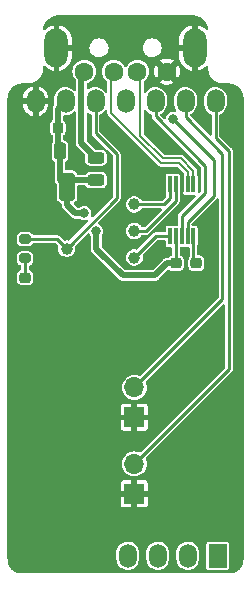
<source format=gtl>
%TF.GenerationSoftware,KiCad,Pcbnew,7.0.10*%
%TF.CreationDate,2024-03-08T01:09:17+05:30*%
%TF.ProjectId,ADAPTER PCB,41444150-5445-4522-9050-43422e6b6963,rev?*%
%TF.SameCoordinates,Original*%
%TF.FileFunction,Copper,L1,Top*%
%TF.FilePolarity,Positive*%
%FSLAX46Y46*%
G04 Gerber Fmt 4.6, Leading zero omitted, Abs format (unit mm)*
G04 Created by KiCad (PCBNEW 7.0.10) date 2024-03-08 01:09:17*
%MOMM*%
%LPD*%
G01*
G04 APERTURE LIST*
G04 Aperture macros list*
%AMRoundRect*
0 Rectangle with rounded corners*
0 $1 Rounding radius*
0 $2 $3 $4 $5 $6 $7 $8 $9 X,Y pos of 4 corners*
0 Add a 4 corners polygon primitive as box body*
4,1,4,$2,$3,$4,$5,$6,$7,$8,$9,$2,$3,0*
0 Add four circle primitives for the rounded corners*
1,1,$1+$1,$2,$3*
1,1,$1+$1,$4,$5*
1,1,$1+$1,$6,$7*
1,1,$1+$1,$8,$9*
0 Add four rect primitives between the rounded corners*
20,1,$1+$1,$2,$3,$4,$5,0*
20,1,$1+$1,$4,$5,$6,$7,0*
20,1,$1+$1,$6,$7,$8,$9,0*
20,1,$1+$1,$8,$9,$2,$3,0*%
G04 Aperture macros list end*
%TA.AperFunction,SMDPad,CuDef*%
%ADD10C,1.000000*%
%TD*%
%TA.AperFunction,ComponentPad*%
%ADD11O,1.500000X2.000000*%
%TD*%
%TA.AperFunction,ComponentPad*%
%ADD12R,1.500000X2.000000*%
%TD*%
%TA.AperFunction,ComponentPad*%
%ADD13C,1.600000*%
%TD*%
%TA.AperFunction,ComponentPad*%
%ADD14O,2.000000X3.300000*%
%TD*%
%TA.AperFunction,SMDPad,CuDef*%
%ADD15R,0.300000X1.400000*%
%TD*%
%TA.AperFunction,SMDPad,CuDef*%
%ADD16RoundRect,0.200000X-0.275000X0.200000X-0.275000X-0.200000X0.275000X-0.200000X0.275000X0.200000X0*%
%TD*%
%TA.AperFunction,ComponentPad*%
%ADD17R,1.700000X1.700000*%
%TD*%
%TA.AperFunction,ComponentPad*%
%ADD18O,1.700000X1.700000*%
%TD*%
%TA.AperFunction,SMDPad,CuDef*%
%ADD19RoundRect,0.243750X-0.456250X0.243750X-0.456250X-0.243750X0.456250X-0.243750X0.456250X0.243750X0*%
%TD*%
%TA.AperFunction,SMDPad,CuDef*%
%ADD20RoundRect,0.218750X0.256250X-0.218750X0.256250X0.218750X-0.256250X0.218750X-0.256250X-0.218750X0*%
%TD*%
%TA.AperFunction,SMDPad,CuDef*%
%ADD21RoundRect,0.250000X0.412500X0.925000X-0.412500X0.925000X-0.412500X-0.925000X0.412500X-0.925000X0*%
%TD*%
%TA.AperFunction,SMDPad,CuDef*%
%ADD22RoundRect,0.225000X-0.250000X0.225000X-0.250000X-0.225000X0.250000X-0.225000X0.250000X0.225000X0*%
%TD*%
%TA.AperFunction,SMDPad,CuDef*%
%ADD23RoundRect,0.250000X0.250000X0.475000X-0.250000X0.475000X-0.250000X-0.475000X0.250000X-0.475000X0*%
%TD*%
%TA.AperFunction,SMDPad,CuDef*%
%ADD24RoundRect,0.225000X0.225000X0.250000X-0.225000X0.250000X-0.225000X-0.250000X0.225000X-0.250000X0*%
%TD*%
%TA.AperFunction,ViaPad*%
%ADD25C,0.800000*%
%TD*%
%TA.AperFunction,Conductor*%
%ADD26C,0.250000*%
%TD*%
%TA.AperFunction,Conductor*%
%ADD27C,0.200000*%
%TD*%
%TA.AperFunction,Conductor*%
%ADD28C,0.500000*%
%TD*%
G04 APERTURE END LIST*
D10*
%TO.P,TP4,1,1*%
%TO.N,Net-(U2-~{RTS})*%
X125750000Y-94250000D03*
%TD*%
%TO.P,TP3,1,1*%
%TO.N,Net-(U2-TNOW{slash}~{DTR})*%
X125750000Y-96500000D03*
%TD*%
%TO.P,TP2,1,1*%
%TO.N,Net-(U2-~{CTS})*%
X125750000Y-92000000D03*
%TD*%
D11*
%TO.P,U1,1,M0*%
%TO.N,Net-(JP1-B)*%
X132620000Y-83250000D03*
%TO.P,U1,2,M1*%
%TO.N,Net-(JP2-B)*%
X130080000Y-83250000D03*
%TO.P,U1,3,RXD*%
%TO.N,/RXD*%
X127540000Y-83250000D03*
%TO.P,U1,4,TXD*%
%TO.N,/TXD*%
X125000000Y-83250000D03*
%TO.P,U1,5,AUX*%
%TO.N,Net-(U1-AUX)*%
X122460000Y-83250000D03*
%TO.P,U1,6,VCC*%
%TO.N,VCC*%
X119920000Y-83250000D03*
%TO.P,U1,7,GND*%
%TO.N,GND*%
X117380000Y-83250000D03*
%TO.P,U1,8,NC*%
%TO.N,unconnected-(U1-NC-Pad8)*%
X125180000Y-121750000D03*
%TO.P,U1,9,NC*%
%TO.N,unconnected-(U1-NC-Pad9)*%
X127720000Y-121750000D03*
%TO.P,U1,10,NC*%
%TO.N,unconnected-(U1-NC-Pad10)*%
X130260000Y-121750000D03*
D12*
%TO.P,U1,11,NC*%
%TO.N,unconnected-(U1-NC-Pad11)*%
X132800000Y-121750000D03*
%TD*%
D13*
%TO.P,J1,1,VBUS*%
%TO.N,Net-(J1-VBUS)*%
X121500000Y-80750000D03*
%TO.P,J1,2,D-*%
%TO.N,/USB_D-*%
X124000000Y-80750000D03*
%TO.P,J1,3,D+*%
%TO.N,/USB_D+*%
X126000000Y-80750000D03*
%TO.P,J1,4,GND*%
%TO.N,GND*%
X128500000Y-80750000D03*
D14*
%TO.P,J1,5,Shield*%
X130850000Y-78750000D03*
X119150000Y-78750000D03*
%TD*%
D15*
%TO.P,U2,1,UD+*%
%TO.N,/USB_D+*%
X130750000Y-90300000D03*
%TO.P,U2,2,UD-*%
%TO.N,/USB_D-*%
X130250000Y-90300000D03*
%TO.P,U2,3,GND*%
%TO.N,GND*%
X129750000Y-90300000D03*
%TO.P,U2,4,~{RTS}*%
%TO.N,Net-(U2-~{RTS})*%
X129250000Y-90300000D03*
%TO.P,U2,5,~{CTS}*%
%TO.N,Net-(U2-~{CTS})*%
X128750000Y-90300000D03*
%TO.P,U2,6,TNOW/~{DTR}*%
%TO.N,Net-(U2-TNOW{slash}~{DTR})*%
X128750000Y-94700000D03*
%TO.P,U2,7,VCC*%
%TO.N,VCC*%
X129250000Y-94700000D03*
%TO.P,U2,8,TXD*%
%TO.N,/RXD*%
X129750000Y-94700000D03*
%TO.P,U2,9,RXD*%
%TO.N,/TXD*%
X130250000Y-94700000D03*
%TO.P,U2,10,V3*%
%TO.N,Net-(U2-V3)*%
X130750000Y-94700000D03*
%TD*%
D10*
%TO.P,TP1,1,1*%
%TO.N,Net-(U1-AUX)*%
X120000000Y-95750000D03*
%TD*%
D16*
%TO.P,R3,1*%
%TO.N,Net-(U1-AUX)*%
X116500000Y-94925000D03*
%TO.P,R3,2*%
%TO.N,Net-(D1-A)*%
X116500000Y-96575000D03*
%TD*%
D17*
%TO.P,JP2,1,A*%
%TO.N,GND*%
X125750000Y-110040000D03*
D18*
%TO.P,JP2,2,B*%
%TO.N,Net-(JP2-B)*%
X125750000Y-107500000D03*
%TD*%
D17*
%TO.P,JP1,1,A*%
%TO.N,GND*%
X125750000Y-116500000D03*
D18*
%TO.P,JP1,2,B*%
%TO.N,Net-(JP1-B)*%
X125750000Y-113960000D03*
%TD*%
D19*
%TO.P,F1,1*%
%TO.N,Net-(J1-VBUS)*%
X122500000Y-88062500D03*
%TO.P,F1,2*%
%TO.N,VCC*%
X122500000Y-89937500D03*
%TD*%
D20*
%TO.P,D1,1,K*%
%TO.N,GND*%
X116500000Y-99787500D03*
%TO.P,D1,2,A*%
%TO.N,Net-(D1-A)*%
X116500000Y-98212500D03*
%TD*%
D21*
%TO.P,C5,1*%
%TO.N,VCC*%
X120037500Y-90500000D03*
%TO.P,C5,2*%
%TO.N,GND*%
X116962500Y-90500000D03*
%TD*%
D22*
%TO.P,C4,1*%
%TO.N,Net-(U2-V3)*%
X131000000Y-96975000D03*
%TO.P,C4,2*%
%TO.N,GND*%
X131000000Y-98525000D03*
%TD*%
%TO.P,C3,1*%
%TO.N,VCC*%
X129250000Y-96975000D03*
%TO.P,C3,2*%
%TO.N,GND*%
X129250000Y-98525000D03*
%TD*%
D23*
%TO.P,C2,1*%
%TO.N,VCC*%
X119450000Y-87500000D03*
%TO.P,C2,2*%
%TO.N,GND*%
X117550000Y-87500000D03*
%TD*%
D24*
%TO.P,C1,1*%
%TO.N,VCC*%
X119275000Y-85500000D03*
%TO.P,C1,2*%
%TO.N,GND*%
X117725000Y-85500000D03*
%TD*%
D25*
%TO.N,GND*%
X124000000Y-95000000D03*
X123750000Y-99500000D03*
X131000000Y-81250000D03*
X133750000Y-85250000D03*
X128000000Y-86500000D03*
X132750000Y-119250000D03*
X117250000Y-119750000D03*
X132500000Y-113500000D03*
X131750000Y-104500000D03*
X130250000Y-99500000D03*
X121000000Y-88500000D03*
X122500000Y-91750000D03*
X126750000Y-89250000D03*
X116750000Y-92750000D03*
X118250000Y-90750000D03*
X116250000Y-87500000D03*
X116500000Y-85500000D03*
%TO.N,VCC*%
X121500000Y-92750000D03*
X122512653Y-94262653D03*
%TO.N,GND*%
X117750000Y-99750000D03*
%TO.N,/TXD*%
X129000000Y-84750000D03*
%TD*%
D26*
%TO.N,Net-(JP1-B)*%
X133750000Y-87500000D02*
X132620000Y-86370000D01*
X133750000Y-105960000D02*
X133750000Y-87500000D01*
X132620000Y-86370000D02*
X132620000Y-83250000D01*
X125750000Y-113960000D02*
X133750000Y-105960000D01*
%TO.N,/TXD*%
X130250000Y-93500000D02*
X130250000Y-94700000D01*
X132500000Y-88250000D02*
X132500000Y-91250000D01*
X129000000Y-84750000D02*
X132500000Y-88250000D01*
X132500000Y-91250000D02*
X130250000Y-93500000D01*
%TO.N,Net-(JP2-B)*%
X133200000Y-87700000D02*
X133200000Y-100050000D01*
X130080000Y-84580000D02*
X133200000Y-87700000D01*
X130080000Y-83250000D02*
X130080000Y-84580000D01*
X133200000Y-100050000D02*
X125750000Y-107500000D01*
%TO.N,/RXD*%
X131750000Y-88750000D02*
X127540000Y-84540000D01*
X129750000Y-94700000D02*
X129750000Y-93000000D01*
X129750000Y-93000000D02*
X131750000Y-91000000D01*
X131750000Y-91000000D02*
X131750000Y-88750000D01*
X127540000Y-84540000D02*
X127540000Y-83250000D01*
D27*
%TO.N,/USB_D+*%
X130750000Y-89184314D02*
X130750000Y-90300000D01*
X129665685Y-88100000D02*
X130750000Y-89184314D01*
X128165686Y-88100000D02*
X129665685Y-88100000D01*
X126250000Y-86184314D02*
X128165686Y-88100000D01*
X126250000Y-81000000D02*
X126250000Y-86184314D01*
X126000000Y-80750000D02*
X126250000Y-81000000D01*
%TO.N,/USB_D-*%
X128000000Y-88500000D02*
X123750000Y-84250000D01*
X130250000Y-89250000D02*
X129500000Y-88500000D01*
X123750000Y-84250000D02*
X123750000Y-81000000D01*
X130250000Y-90300000D02*
X130250000Y-89250000D01*
X129500000Y-88500000D02*
X128000000Y-88500000D01*
X123750000Y-81000000D02*
X124000000Y-80750000D01*
D28*
%TO.N,VCC*%
X120750000Y-92750000D02*
X120037500Y-92037500D01*
X120037500Y-92037500D02*
X120037500Y-90500000D01*
X121500000Y-92750000D02*
X120750000Y-92750000D01*
X122512653Y-95762653D02*
X122512653Y-94262653D01*
X124750000Y-98000000D02*
X122750000Y-96000000D01*
X122750000Y-96000000D02*
X122512653Y-95762653D01*
X127500000Y-98000000D02*
X124750000Y-98000000D01*
X128525000Y-96975000D02*
X127500000Y-98000000D01*
X129250000Y-96975000D02*
X128525000Y-96975000D01*
D26*
%TO.N,GND*%
X117712500Y-99787500D02*
X117750000Y-99750000D01*
X116500000Y-99787500D02*
X117712500Y-99787500D01*
%TO.N,Net-(U1-AUX)*%
X124250000Y-87750000D02*
X122460000Y-85960000D01*
X124250000Y-91500000D02*
X124250000Y-87750000D01*
X120000000Y-95750000D02*
X124250000Y-91500000D01*
X122460000Y-85960000D02*
X122460000Y-83250000D01*
%TO.N,Net-(D1-A)*%
X116500000Y-96575000D02*
X116500000Y-98212500D01*
%TO.N,Net-(U1-AUX)*%
X119175000Y-94925000D02*
X120000000Y-95750000D01*
X116500000Y-94925000D02*
X119175000Y-94925000D01*
D28*
%TO.N,VCC*%
X119275000Y-83895000D02*
X119920000Y-83250000D01*
X119275000Y-85500000D02*
X119275000Y-83895000D01*
X119275000Y-87325000D02*
X119450000Y-87500000D01*
X119275000Y-85500000D02*
X119275000Y-87325000D01*
X119450000Y-89912500D02*
X120037500Y-90500000D01*
X119450000Y-87500000D02*
X119450000Y-89912500D01*
X120600000Y-89937500D02*
X120037500Y-90500000D01*
X122500000Y-89937500D02*
X120600000Y-89937500D01*
%TO.N,Net-(J1-VBUS)*%
X121260000Y-86822500D02*
X122500000Y-88062500D01*
X121260000Y-80990000D02*
X121260000Y-86822500D01*
X121500000Y-80750000D02*
X121260000Y-80990000D01*
D26*
%TO.N,Net-(U2-~{CTS})*%
X128750000Y-91500000D02*
X128250000Y-92000000D01*
X128250000Y-92000000D02*
X125750000Y-92000000D01*
X128750000Y-90300000D02*
X128750000Y-91500000D01*
%TO.N,Net-(U2-~{RTS})*%
X126750000Y-94250000D02*
X125750000Y-94250000D01*
X129250000Y-91750000D02*
X126750000Y-94250000D01*
X129250000Y-90300000D02*
X129250000Y-91750000D01*
%TO.N,Net-(U2-TNOW{slash}~{DTR})*%
X127550000Y-94700000D02*
X125750000Y-96500000D01*
X128750000Y-94700000D02*
X127550000Y-94700000D01*
%TO.N,VCC*%
X129250000Y-94700000D02*
X129250000Y-96975000D01*
%TO.N,Net-(U2-V3)*%
X130750000Y-96725000D02*
X131000000Y-96975000D01*
X130750000Y-94700000D02*
X130750000Y-96725000D01*
%TD*%
%TA.AperFunction,Conductor*%
%TO.N,GND*%
G36*
X123429397Y-83997923D02*
G01*
X123449480Y-84055719D01*
X123449500Y-84057725D01*
X123449500Y-84184835D01*
X123447280Y-84198513D01*
X123448494Y-84198683D01*
X123447226Y-84207766D01*
X123449394Y-84254641D01*
X123449500Y-84259213D01*
X123449500Y-84277844D01*
X123449522Y-84277966D01*
X123451101Y-84291577D01*
X123452414Y-84319987D01*
X123452415Y-84319994D01*
X123456384Y-84328982D01*
X123463132Y-84350772D01*
X123464939Y-84360433D01*
X123465629Y-84361547D01*
X123479912Y-84384617D01*
X123486301Y-84396738D01*
X123488111Y-84400836D01*
X123497794Y-84422765D01*
X123504745Y-84429716D01*
X123518907Y-84447596D01*
X123524081Y-84455952D01*
X123546781Y-84473094D01*
X123557117Y-84482088D01*
X127741437Y-88666409D01*
X127749537Y-88677648D01*
X127750516Y-88676909D01*
X127756044Y-88684230D01*
X127790714Y-88715836D01*
X127794019Y-88718992D01*
X127807200Y-88732172D01*
X127807203Y-88732175D01*
X127807300Y-88732241D01*
X127818049Y-88740756D01*
X127828737Y-88750499D01*
X127839067Y-88759916D01*
X127848228Y-88763464D01*
X127868416Y-88774105D01*
X127876520Y-88779657D01*
X127904215Y-88786171D01*
X127917296Y-88790222D01*
X127943827Y-88800500D01*
X127953652Y-88800500D01*
X127976316Y-88803129D01*
X127985881Y-88805379D01*
X128010958Y-88801880D01*
X128014054Y-88801449D01*
X128027731Y-88800500D01*
X129334521Y-88800500D01*
X129392712Y-88819407D01*
X129404525Y-88829496D01*
X129920504Y-89345475D01*
X129948281Y-89399992D01*
X129949500Y-89415479D01*
X129949500Y-89434317D01*
X129932815Y-89489318D01*
X129911136Y-89521762D01*
X129911132Y-89521772D01*
X129899501Y-89580241D01*
X129899500Y-89580253D01*
X129899500Y-91019746D01*
X129899501Y-91019758D01*
X129911132Y-91078227D01*
X129911134Y-91078233D01*
X129924499Y-91098235D01*
X129955448Y-91144552D01*
X130021769Y-91188867D01*
X130066231Y-91197711D01*
X130080241Y-91200498D01*
X130080246Y-91200498D01*
X130080252Y-91200500D01*
X130080253Y-91200500D01*
X130419747Y-91200500D01*
X130419748Y-91200500D01*
X130424418Y-91199570D01*
X130480685Y-91188379D01*
X130519315Y-91188379D01*
X130580241Y-91200498D01*
X130580246Y-91200498D01*
X130580252Y-91200500D01*
X130580253Y-91200500D01*
X130850166Y-91200500D01*
X130908357Y-91219407D01*
X130944321Y-91268907D01*
X130944321Y-91330093D01*
X130920170Y-91369504D01*
X129532940Y-92756732D01*
X129526574Y-92762564D01*
X129496807Y-92787542D01*
X129496805Y-92787544D01*
X129477371Y-92821205D01*
X129472740Y-92828475D01*
X129450446Y-92860316D01*
X129450446Y-92860317D01*
X129450442Y-92860324D01*
X129450051Y-92861786D01*
X129440170Y-92885640D01*
X129439414Y-92886948D01*
X129439410Y-92886960D01*
X129432662Y-92925223D01*
X129430794Y-92933649D01*
X129420736Y-92971187D01*
X129420736Y-92971194D01*
X129424123Y-93009904D01*
X129424500Y-93018533D01*
X129424500Y-93700500D01*
X129405593Y-93758691D01*
X129356093Y-93794655D01*
X129325500Y-93799500D01*
X129080248Y-93799500D01*
X129019314Y-93811621D01*
X128980686Y-93811621D01*
X128919751Y-93799500D01*
X128919748Y-93799500D01*
X128580252Y-93799500D01*
X128580251Y-93799500D01*
X128580241Y-93799501D01*
X128521772Y-93811132D01*
X128521766Y-93811134D01*
X128455451Y-93855445D01*
X128455445Y-93855451D01*
X128411134Y-93921766D01*
X128411132Y-93921772D01*
X128399501Y-93980241D01*
X128399500Y-93980253D01*
X128399500Y-94275500D01*
X128380593Y-94333691D01*
X128331093Y-94369655D01*
X128300500Y-94374500D01*
X127568522Y-94374500D01*
X127559893Y-94374123D01*
X127521194Y-94370737D01*
X127521185Y-94370737D01*
X127483659Y-94380792D01*
X127475235Y-94382660D01*
X127436958Y-94389410D01*
X127436951Y-94389413D01*
X127435632Y-94390175D01*
X127411790Y-94400050D01*
X127410326Y-94400442D01*
X127410312Y-94400448D01*
X127378488Y-94422731D01*
X127371209Y-94427368D01*
X127337546Y-94446804D01*
X127312574Y-94476564D01*
X127306741Y-94482930D01*
X125998982Y-95790690D01*
X125944465Y-95818467D01*
X125905287Y-95816810D01*
X125835056Y-95799500D01*
X125664944Y-95799500D01*
X125664941Y-95799500D01*
X125499776Y-95840209D01*
X125349146Y-95919267D01*
X125221818Y-96032069D01*
X125221816Y-96032072D01*
X125152594Y-96132357D01*
X125125182Y-96172070D01*
X125065010Y-96330734D01*
X125064860Y-96331129D01*
X125044355Y-96499998D01*
X125044355Y-96500001D01*
X125048127Y-96531066D01*
X125064860Y-96668872D01*
X125125182Y-96827930D01*
X125221817Y-96967929D01*
X125349148Y-97080734D01*
X125499775Y-97159790D01*
X125664944Y-97200500D01*
X125664947Y-97200500D01*
X125835053Y-97200500D01*
X125835056Y-97200500D01*
X126000225Y-97159790D01*
X126150852Y-97080734D01*
X126278183Y-96967929D01*
X126374818Y-96827930D01*
X126435140Y-96668872D01*
X126455645Y-96500000D01*
X126449634Y-96450499D01*
X126434893Y-96329095D01*
X126446648Y-96269050D01*
X126463167Y-96247158D01*
X126742945Y-95967381D01*
X127655831Y-95054496D01*
X127710348Y-95026719D01*
X127725835Y-95025500D01*
X128300500Y-95025500D01*
X128358691Y-95044407D01*
X128394655Y-95093907D01*
X128399500Y-95124500D01*
X128399500Y-95419746D01*
X128399501Y-95419758D01*
X128411132Y-95478227D01*
X128411134Y-95478233D01*
X128452786Y-95540568D01*
X128455448Y-95544552D01*
X128521769Y-95588867D01*
X128566231Y-95597711D01*
X128580241Y-95600498D01*
X128580246Y-95600498D01*
X128580252Y-95600500D01*
X128580253Y-95600500D01*
X128825500Y-95600500D01*
X128883691Y-95619407D01*
X128919655Y-95668907D01*
X128924500Y-95699500D01*
X128924500Y-96250251D01*
X128905593Y-96308442D01*
X128870446Y-96338460D01*
X128746781Y-96401471D01*
X128746780Y-96401471D01*
X128746780Y-96401472D01*
X128652746Y-96495505D01*
X128598232Y-96523281D01*
X128582745Y-96524500D01*
X128555864Y-96524500D01*
X128544781Y-96523878D01*
X128536914Y-96522991D01*
X128507965Y-96519730D01*
X128507964Y-96519730D01*
X128507963Y-96519730D01*
X128451312Y-96530447D01*
X128447667Y-96531066D01*
X128390715Y-96539651D01*
X128383629Y-96541837D01*
X128383500Y-96541419D01*
X128381385Y-96542115D01*
X128381529Y-96542526D01*
X128374530Y-96544975D01*
X128323562Y-96571912D01*
X128320260Y-96573579D01*
X128268356Y-96598575D01*
X128262229Y-96602753D01*
X128261984Y-96602393D01*
X128260168Y-96603681D01*
X128260427Y-96604032D01*
X128254458Y-96608437D01*
X128213720Y-96649175D01*
X128211056Y-96651742D01*
X128168802Y-96690948D01*
X128164179Y-96696746D01*
X128163836Y-96696472D01*
X128155295Y-96707599D01*
X127342394Y-97520503D01*
X127287877Y-97548281D01*
X127272390Y-97549500D01*
X124977611Y-97549500D01*
X124919420Y-97530593D01*
X124907607Y-97520504D01*
X122992149Y-95605046D01*
X122964372Y-95550529D01*
X122963153Y-95535042D01*
X122963153Y-94695585D01*
X122982060Y-94637394D01*
X122983589Y-94635346D01*
X123037189Y-94565494D01*
X123097697Y-94419415D01*
X123118335Y-94262653D01*
X123116669Y-94250000D01*
X125044355Y-94250000D01*
X125064860Y-94418872D01*
X125125182Y-94577930D01*
X125221817Y-94717929D01*
X125349148Y-94830734D01*
X125499775Y-94909790D01*
X125664944Y-94950500D01*
X125664947Y-94950500D01*
X125835053Y-94950500D01*
X125835056Y-94950500D01*
X126000225Y-94909790D01*
X126150852Y-94830734D01*
X126278183Y-94717929D01*
X126346979Y-94618260D01*
X126395595Y-94581112D01*
X126428454Y-94575500D01*
X126731466Y-94575500D01*
X126740094Y-94575876D01*
X126778807Y-94579264D01*
X126816354Y-94569202D01*
X126824784Y-94567334D01*
X126863045Y-94560588D01*
X126864345Y-94559838D01*
X126888236Y-94549942D01*
X126888464Y-94549880D01*
X126889684Y-94549554D01*
X126921533Y-94527251D01*
X126928779Y-94522635D01*
X126962455Y-94503194D01*
X126987443Y-94473413D01*
X126993254Y-94467070D01*
X129467066Y-91993258D01*
X129473425Y-91987433D01*
X129503194Y-91962455D01*
X129522635Y-91928779D01*
X129527251Y-91921533D01*
X129549554Y-91889684D01*
X129549942Y-91888236D01*
X129559838Y-91864345D01*
X129560588Y-91863045D01*
X129566215Y-91831129D01*
X129567334Y-91824782D01*
X129569204Y-91816348D01*
X129579264Y-91778806D01*
X129575877Y-91740094D01*
X129575500Y-91731465D01*
X129575500Y-91128268D01*
X129587632Y-91088277D01*
X129585134Y-91087243D01*
X129588863Y-91078235D01*
X129588867Y-91078231D01*
X129600500Y-91019748D01*
X129600500Y-89580252D01*
X129588867Y-89521769D01*
X129544552Y-89455448D01*
X129544548Y-89455445D01*
X129478233Y-89411134D01*
X129478231Y-89411133D01*
X129478228Y-89411132D01*
X129478227Y-89411132D01*
X129419758Y-89399501D01*
X129419748Y-89399500D01*
X129080252Y-89399500D01*
X129080248Y-89399500D01*
X129019314Y-89411621D01*
X128980686Y-89411621D01*
X128919751Y-89399500D01*
X128919748Y-89399500D01*
X128580252Y-89399500D01*
X128580251Y-89399500D01*
X128580241Y-89399501D01*
X128521772Y-89411132D01*
X128521766Y-89411134D01*
X128455451Y-89455445D01*
X128455445Y-89455451D01*
X128411134Y-89521766D01*
X128411132Y-89521772D01*
X128399501Y-89580241D01*
X128399500Y-89580251D01*
X128399500Y-89580252D01*
X128399500Y-91019748D01*
X128411133Y-91078231D01*
X128411133Y-91078232D01*
X128411134Y-91078233D01*
X128414866Y-91087243D01*
X128412367Y-91088277D01*
X128424500Y-91128268D01*
X128424500Y-91324166D01*
X128405593Y-91382357D01*
X128395504Y-91394170D01*
X128144170Y-91645504D01*
X128089653Y-91673281D01*
X128074166Y-91674500D01*
X126428454Y-91674500D01*
X126370263Y-91655593D01*
X126346979Y-91631739D01*
X126334973Y-91614345D01*
X126278183Y-91532071D01*
X126252924Y-91509694D01*
X126150853Y-91419267D01*
X126150852Y-91419266D01*
X126000225Y-91340210D01*
X126000224Y-91340209D01*
X126000223Y-91340209D01*
X125835058Y-91299500D01*
X125835056Y-91299500D01*
X125664944Y-91299500D01*
X125664941Y-91299500D01*
X125499776Y-91340209D01*
X125349146Y-91419267D01*
X125221818Y-91532069D01*
X125221817Y-91532071D01*
X125125182Y-91672070D01*
X125064860Y-91831128D01*
X125044355Y-92000000D01*
X125064860Y-92168872D01*
X125125182Y-92327930D01*
X125221817Y-92467929D01*
X125349148Y-92580734D01*
X125499775Y-92659790D01*
X125664944Y-92700500D01*
X125664947Y-92700500D01*
X125835053Y-92700500D01*
X125835056Y-92700500D01*
X126000225Y-92659790D01*
X126150852Y-92580734D01*
X126278183Y-92467929D01*
X126346979Y-92368260D01*
X126395595Y-92331112D01*
X126428454Y-92325500D01*
X127975166Y-92325500D01*
X128033357Y-92344407D01*
X128069321Y-92393907D01*
X128069321Y-92455093D01*
X128045170Y-92494504D01*
X126644170Y-93895504D01*
X126589653Y-93923281D01*
X126574166Y-93924500D01*
X126428454Y-93924500D01*
X126370263Y-93905593D01*
X126346979Y-93881739D01*
X126278183Y-93782071D01*
X126251792Y-93758691D01*
X126150853Y-93669267D01*
X126150852Y-93669266D01*
X126000225Y-93590210D01*
X126000224Y-93590209D01*
X126000223Y-93590209D01*
X125835058Y-93549500D01*
X125835056Y-93549500D01*
X125664944Y-93549500D01*
X125664941Y-93549500D01*
X125499776Y-93590209D01*
X125349146Y-93669267D01*
X125221818Y-93782069D01*
X125221816Y-93782072D01*
X125185713Y-93834376D01*
X125125182Y-93922070D01*
X125064860Y-94081128D01*
X125044355Y-94250000D01*
X123116669Y-94250000D01*
X123097697Y-94105891D01*
X123037190Y-93959814D01*
X123037190Y-93959813D01*
X122940939Y-93834376D01*
X122940938Y-93834375D01*
X122940935Y-93834371D01*
X122940930Y-93834367D01*
X122940929Y-93834366D01*
X122872776Y-93782071D01*
X122815494Y-93738117D01*
X122798537Y-93731093D01*
X122709640Y-93694270D01*
X122663114Y-93654533D01*
X122648831Y-93595038D01*
X122672246Y-93538510D01*
X122677509Y-93532815D01*
X124467066Y-91743258D01*
X124473425Y-91737433D01*
X124480538Y-91731465D01*
X124503194Y-91712455D01*
X124522635Y-91678779D01*
X124527251Y-91671533D01*
X124549554Y-91639684D01*
X124549942Y-91638236D01*
X124559838Y-91614345D01*
X124560588Y-91613045D01*
X124567334Y-91574784D01*
X124569204Y-91566348D01*
X124579264Y-91528807D01*
X124575877Y-91490091D01*
X124575500Y-91481463D01*
X124575500Y-87768524D01*
X124575877Y-87759895D01*
X124579263Y-87721193D01*
X124569201Y-87683642D01*
X124567335Y-87675224D01*
X124560588Y-87636954D01*
X124559840Y-87635659D01*
X124549942Y-87611767D01*
X124549554Y-87610316D01*
X124527257Y-87578473D01*
X124522626Y-87571203D01*
X124507783Y-87545494D01*
X124503194Y-87537545D01*
X124480523Y-87518522D01*
X124473434Y-87512573D01*
X124467066Y-87506739D01*
X122814496Y-85854169D01*
X122786719Y-85799652D01*
X122785500Y-85784165D01*
X122785500Y-84461947D01*
X122804407Y-84403756D01*
X122850117Y-84369110D01*
X122880753Y-84357764D01*
X123044807Y-84255509D01*
X123184919Y-84122323D01*
X123269245Y-84001169D01*
X123318006Y-83964210D01*
X123379179Y-83962970D01*
X123429397Y-83997923D01*
G37*
%TD.AperFunction*%
%TA.AperFunction,Conductor*%
G36*
X120757665Y-84109531D02*
G01*
X120799820Y-84153878D01*
X120809500Y-84196574D01*
X120809500Y-86791636D01*
X120808878Y-86802719D01*
X120804730Y-86839533D01*
X120804730Y-86839538D01*
X120815444Y-86896164D01*
X120816064Y-86899812D01*
X120824652Y-86956787D01*
X120826840Y-86963881D01*
X120826417Y-86964011D01*
X120827109Y-86966113D01*
X120827526Y-86965968D01*
X120829975Y-86972968D01*
X120856906Y-87023924D01*
X120858574Y-87027228D01*
X120883574Y-87079141D01*
X120887753Y-87085270D01*
X120887389Y-87085517D01*
X120888677Y-87087331D01*
X120889030Y-87087071D01*
X120893434Y-87093038D01*
X120934199Y-87133804D01*
X120936768Y-87136471D01*
X120975944Y-87178694D01*
X120981743Y-87183318D01*
X120981467Y-87183663D01*
X120992600Y-87192204D01*
X121287842Y-87487446D01*
X121570504Y-87770107D01*
X121598281Y-87824624D01*
X121599500Y-87840111D01*
X121599500Y-88359773D01*
X121602313Y-88389768D01*
X121602315Y-88389777D01*
X121646543Y-88516175D01*
X121646544Y-88516176D01*
X121646545Y-88516179D01*
X121726070Y-88623930D01*
X121833821Y-88703455D01*
X121960226Y-88747686D01*
X121990226Y-88750499D01*
X121990230Y-88750500D01*
X121990236Y-88750500D01*
X123009770Y-88750500D01*
X123009772Y-88750499D01*
X123039774Y-88747686D01*
X123166179Y-88703455D01*
X123273930Y-88623930D01*
X123353455Y-88516179D01*
X123397686Y-88389774D01*
X123400499Y-88359772D01*
X123400500Y-88359770D01*
X123400500Y-87765230D01*
X123400499Y-87765226D01*
X123397686Y-87735231D01*
X123397686Y-87735226D01*
X123353455Y-87608821D01*
X123306715Y-87545491D01*
X123287374Y-87487446D01*
X123288488Y-87483925D01*
X123272807Y-87486409D01*
X123229506Y-87468283D01*
X123220352Y-87461527D01*
X123166179Y-87421545D01*
X123039774Y-87377314D01*
X123039771Y-87377313D01*
X123039768Y-87377313D01*
X123009773Y-87374500D01*
X123009764Y-87374500D01*
X122490112Y-87374500D01*
X122431921Y-87355593D01*
X122420108Y-87345504D01*
X121739496Y-86664892D01*
X121711719Y-86610375D01*
X121710500Y-86594888D01*
X121710500Y-84323653D01*
X121729407Y-84265462D01*
X121778907Y-84229498D01*
X121840093Y-84229498D01*
X121870098Y-84245366D01*
X121929798Y-84291577D01*
X121954627Y-84310796D01*
X122079100Y-84371853D01*
X122123016Y-84414454D01*
X122134500Y-84460735D01*
X122134500Y-85941465D01*
X122134123Y-85950094D01*
X122130736Y-85988805D01*
X122130736Y-85988806D01*
X122140795Y-86026350D01*
X122142664Y-86034779D01*
X122149411Y-86073045D01*
X122150164Y-86074348D01*
X122160054Y-86098224D01*
X122160443Y-86099679D01*
X122160446Y-86099685D01*
X122182732Y-86131512D01*
X122187372Y-86138795D01*
X122206806Y-86172455D01*
X122236569Y-86197429D01*
X122242938Y-86203264D01*
X123358298Y-87318624D01*
X123386075Y-87373141D01*
X123382997Y-87392572D01*
X123416258Y-87392324D01*
X123456375Y-87416701D01*
X123895504Y-87855830D01*
X123923281Y-87910347D01*
X123924500Y-87925834D01*
X123924500Y-91324165D01*
X123905593Y-91382356D01*
X123895504Y-91394169D01*
X122226352Y-93063321D01*
X122171835Y-93091098D01*
X122111403Y-93081527D01*
X122068138Y-93038262D01*
X122058567Y-92977830D01*
X122064882Y-92955435D01*
X122085044Y-92906762D01*
X122105682Y-92750000D01*
X122085044Y-92593238D01*
X122033139Y-92467929D01*
X122024537Y-92447161D01*
X122024537Y-92447160D01*
X121928286Y-92321723D01*
X121928285Y-92321722D01*
X121928282Y-92321718D01*
X121928277Y-92321714D01*
X121928276Y-92321713D01*
X121802838Y-92225462D01*
X121656766Y-92164957D01*
X121656758Y-92164955D01*
X121500001Y-92144318D01*
X121499999Y-92144318D01*
X121343241Y-92164955D01*
X121343233Y-92164957D01*
X121197161Y-92225462D01*
X121158994Y-92254748D01*
X121127334Y-92279042D01*
X121069659Y-92299466D01*
X121067068Y-92299500D01*
X120977611Y-92299500D01*
X120919420Y-92280593D01*
X120907607Y-92270504D01*
X120627626Y-91990523D01*
X120599849Y-91936006D01*
X120609420Y-91875574D01*
X120652685Y-91832309D01*
X120661317Y-91828620D01*
X120662879Y-91827793D01*
X120662882Y-91827793D01*
X120772150Y-91747150D01*
X120852793Y-91637882D01*
X120897646Y-91509699D01*
X120900499Y-91479273D01*
X120900500Y-91479273D01*
X120900500Y-90487000D01*
X120919407Y-90428809D01*
X120968907Y-90392845D01*
X120999500Y-90388000D01*
X121594222Y-90388000D01*
X121652413Y-90406907D01*
X121673874Y-90428208D01*
X121726070Y-90498930D01*
X121833821Y-90578455D01*
X121960226Y-90622686D01*
X121990226Y-90625499D01*
X121990230Y-90625500D01*
X121990236Y-90625500D01*
X123009770Y-90625500D01*
X123009772Y-90625499D01*
X123039774Y-90622686D01*
X123166179Y-90578455D01*
X123273930Y-90498930D01*
X123353455Y-90391179D01*
X123397686Y-90264774D01*
X123400499Y-90234772D01*
X123400500Y-90234770D01*
X123400500Y-89640230D01*
X123400499Y-89640226D01*
X123397686Y-89610231D01*
X123397686Y-89610226D01*
X123353455Y-89483821D01*
X123273930Y-89376070D01*
X123166179Y-89296545D01*
X123166176Y-89296544D01*
X123166175Y-89296543D01*
X123039777Y-89252315D01*
X123039776Y-89252314D01*
X123039774Y-89252314D01*
X123039771Y-89252313D01*
X123039768Y-89252313D01*
X123009773Y-89249500D01*
X123009764Y-89249500D01*
X121990236Y-89249500D01*
X121990226Y-89249500D01*
X121960231Y-89252313D01*
X121960222Y-89252315D01*
X121833824Y-89296543D01*
X121728237Y-89374471D01*
X121726070Y-89376070D01*
X121673875Y-89446790D01*
X121624109Y-89482381D01*
X121594222Y-89487000D01*
X120966735Y-89487000D01*
X120908544Y-89468093D01*
X120873291Y-89420698D01*
X120852793Y-89362118D01*
X120852791Y-89362116D01*
X120852791Y-89362114D01*
X120772154Y-89252855D01*
X120772152Y-89252853D01*
X120772150Y-89252850D01*
X120772146Y-89252847D01*
X120772144Y-89252845D01*
X120662883Y-89172207D01*
X120534703Y-89127355D01*
X120534694Y-89127353D01*
X120504274Y-89124500D01*
X120504266Y-89124500D01*
X119999500Y-89124500D01*
X119941309Y-89105593D01*
X119905345Y-89056093D01*
X119900500Y-89025500D01*
X119900500Y-88436909D01*
X119919407Y-88378718D01*
X119940712Y-88357254D01*
X119968582Y-88336684D01*
X120022150Y-88297150D01*
X120102793Y-88187882D01*
X120147646Y-88059699D01*
X120150499Y-88029273D01*
X120150500Y-88029273D01*
X120150500Y-86970727D01*
X120150499Y-86970725D01*
X120147646Y-86940301D01*
X120102793Y-86812118D01*
X120095856Y-86802719D01*
X120022154Y-86702855D01*
X120022152Y-86702853D01*
X120022150Y-86702850D01*
X120022146Y-86702847D01*
X120022144Y-86702845D01*
X119912883Y-86622207D01*
X119791802Y-86579839D01*
X119743122Y-86542774D01*
X119725500Y-86486395D01*
X119725500Y-86167255D01*
X119744407Y-86109064D01*
X119754490Y-86097257D01*
X119848528Y-86003220D01*
X119909719Y-85883126D01*
X119925500Y-85783488D01*
X119925500Y-85216512D01*
X119909719Y-85116874D01*
X119909716Y-85116869D01*
X119909716Y-85116867D01*
X119848529Y-84996782D01*
X119848528Y-84996780D01*
X119754494Y-84902746D01*
X119726719Y-84848232D01*
X119725500Y-84832745D01*
X119725500Y-84546006D01*
X119744407Y-84487815D01*
X119793907Y-84451851D01*
X119829513Y-84447133D01*
X119968390Y-84454176D01*
X120159474Y-84424903D01*
X120187687Y-84414454D01*
X120340749Y-84357766D01*
X120340751Y-84357764D01*
X120340753Y-84357764D01*
X120504807Y-84255509D01*
X120642292Y-84124819D01*
X120697495Y-84098432D01*
X120757665Y-84109531D01*
G37*
%TD.AperFunction*%
%TA.AperFunction,Conductor*%
G36*
X126729593Y-84000007D02*
G01*
X126736061Y-84010154D01*
X126755840Y-84045790D01*
X126881759Y-84192468D01*
X127009798Y-84291577D01*
X127034627Y-84310796D01*
X127159100Y-84371853D01*
X127203016Y-84414454D01*
X127214500Y-84460735D01*
X127214500Y-84521465D01*
X127214123Y-84530094D01*
X127210736Y-84568805D01*
X127210736Y-84568806D01*
X127220795Y-84606350D01*
X127222664Y-84614779D01*
X127229411Y-84653045D01*
X127230164Y-84654348D01*
X127240054Y-84678224D01*
X127240443Y-84679679D01*
X127240446Y-84679685D01*
X127262732Y-84711512D01*
X127267372Y-84718795D01*
X127286806Y-84752455D01*
X127316569Y-84777429D01*
X127322938Y-84783264D01*
X131395504Y-88855830D01*
X131423281Y-88910347D01*
X131424500Y-88925834D01*
X131424500Y-90824165D01*
X131405593Y-90882356D01*
X131395504Y-90894169D01*
X131269504Y-91020169D01*
X131214987Y-91047946D01*
X131154555Y-91038375D01*
X131111290Y-90995110D01*
X131100500Y-90950165D01*
X131100500Y-89580253D01*
X131100498Y-89580241D01*
X131097711Y-89566231D01*
X131088867Y-89521769D01*
X131088864Y-89521764D01*
X131088863Y-89521762D01*
X131067185Y-89489318D01*
X131050500Y-89434317D01*
X131050500Y-89249482D01*
X131052731Y-89235809D01*
X131051505Y-89235638D01*
X131052773Y-89226546D01*
X131050606Y-89179671D01*
X131050500Y-89175099D01*
X131050500Y-89156474D01*
X131050500Y-89156470D01*
X131050478Y-89156356D01*
X131048898Y-89142744D01*
X131047585Y-89114322D01*
X131043614Y-89105330D01*
X131036864Y-89083528D01*
X131035061Y-89073882D01*
X131035061Y-89073881D01*
X131020085Y-89049693D01*
X131013697Y-89037574D01*
X131008366Y-89025500D01*
X131002206Y-89011548D01*
X131002205Y-89011547D01*
X131002204Y-89011545D01*
X130995254Y-89004595D01*
X130981088Y-88986709D01*
X130975921Y-88978364D01*
X130975918Y-88978361D01*
X130953230Y-88961228D01*
X130942886Y-88952228D01*
X130211850Y-88221193D01*
X129924249Y-87933593D01*
X129916164Y-87922344D01*
X129915172Y-87923094D01*
X129909643Y-87915772D01*
X129874957Y-87884151D01*
X129871653Y-87880996D01*
X129858485Y-87867828D01*
X129858481Y-87867825D01*
X129858378Y-87867755D01*
X129847647Y-87859255D01*
X129826618Y-87840084D01*
X129826616Y-87840083D01*
X129826615Y-87840082D01*
X129817453Y-87836533D01*
X129797269Y-87825893D01*
X129789167Y-87820343D01*
X129761474Y-87813829D01*
X129748382Y-87809775D01*
X129721858Y-87799500D01*
X129712033Y-87799500D01*
X129689368Y-87796870D01*
X129679804Y-87794621D01*
X129679803Y-87794621D01*
X129651631Y-87798551D01*
X129637954Y-87799500D01*
X128331165Y-87799500D01*
X128272974Y-87780593D01*
X128261161Y-87770504D01*
X126579496Y-86088839D01*
X126551719Y-86034322D01*
X126550500Y-86018835D01*
X126550500Y-84058198D01*
X126569407Y-84000007D01*
X126618907Y-83964043D01*
X126680093Y-83964043D01*
X126729593Y-84000007D01*
G37*
%TD.AperFunction*%
%TA.AperFunction,Conductor*%
G36*
X130753875Y-76000805D02*
G01*
X130755738Y-76000951D01*
X130806771Y-76004967D01*
X130807087Y-76004994D01*
X130946135Y-76017159D01*
X130960580Y-76019512D01*
X131040370Y-76038668D01*
X131042791Y-76039282D01*
X131147873Y-76067438D01*
X131160111Y-76071593D01*
X131241252Y-76105203D01*
X131245167Y-76106926D01*
X131338496Y-76150446D01*
X131348368Y-76155749D01*
X131425101Y-76202771D01*
X131430099Y-76206049D01*
X131512808Y-76263962D01*
X131520301Y-76269763D01*
X131551222Y-76296172D01*
X131589319Y-76328710D01*
X131595027Y-76333986D01*
X131666012Y-76404971D01*
X131671288Y-76410679D01*
X131730228Y-76479688D01*
X131736044Y-76487200D01*
X131793933Y-76569874D01*
X131797238Y-76574914D01*
X131844240Y-76651614D01*
X131849552Y-76661502D01*
X131893072Y-76754831D01*
X131894812Y-76758785D01*
X131928401Y-76839877D01*
X131932564Y-76852139D01*
X131960705Y-76957164D01*
X131961342Y-76959675D01*
X131980483Y-77039399D01*
X131982842Y-77053883D01*
X131991779Y-77156043D01*
X131978015Y-77215660D01*
X131931838Y-77255801D01*
X131870885Y-77261133D01*
X131823152Y-77234675D01*
X131688811Y-77100334D01*
X131502481Y-76969865D01*
X131296323Y-76873732D01*
X131100000Y-76821127D01*
X131100000Y-77566313D01*
X131059844Y-77540507D01*
X130921889Y-77500000D01*
X130778111Y-77500000D01*
X130640156Y-77540507D01*
X130600000Y-77566313D01*
X130600000Y-76821127D01*
X130403676Y-76873732D01*
X130197518Y-76969865D01*
X130011188Y-77100334D01*
X129850334Y-77261188D01*
X129719865Y-77447518D01*
X129623733Y-77653676D01*
X129564857Y-77873402D01*
X129550000Y-78043228D01*
X129550000Y-78499999D01*
X129550001Y-78500000D01*
X130350000Y-78500000D01*
X130350000Y-79000000D01*
X129550001Y-79000000D01*
X129550000Y-79000001D01*
X129550000Y-79456771D01*
X129564857Y-79626597D01*
X129623733Y-79846323D01*
X129719865Y-80052481D01*
X129850334Y-80238811D01*
X130011188Y-80399665D01*
X130197518Y-80530134D01*
X130403676Y-80626266D01*
X130600000Y-80678872D01*
X130600000Y-79933686D01*
X130640156Y-79959493D01*
X130778111Y-80000000D01*
X130921889Y-80000000D01*
X131059844Y-79959493D01*
X131100000Y-79933686D01*
X131100000Y-80678871D01*
X131296323Y-80626266D01*
X131502481Y-80530134D01*
X131688811Y-80399665D01*
X131830496Y-80257981D01*
X131885013Y-80230204D01*
X131945445Y-80239775D01*
X131988710Y-80283040D01*
X131999500Y-80327985D01*
X131999500Y-80598420D01*
X132030289Y-80792821D01*
X132091116Y-80980025D01*
X132169942Y-81134732D01*
X132180476Y-81155405D01*
X132296172Y-81314646D01*
X132435354Y-81453828D01*
X132594595Y-81569524D01*
X132769975Y-81658884D01*
X132957174Y-81719709D01*
X132957175Y-81719709D01*
X132957178Y-81719710D01*
X133151580Y-81750500D01*
X133151583Y-81750500D01*
X133249901Y-81750500D01*
X133746110Y-81750500D01*
X133753875Y-81750805D01*
X133755738Y-81750951D01*
X133806771Y-81754967D01*
X133807087Y-81754994D01*
X133946135Y-81767159D01*
X133960580Y-81769512D01*
X134040370Y-81788668D01*
X134042791Y-81789282D01*
X134147873Y-81817438D01*
X134160111Y-81821593D01*
X134241252Y-81855203D01*
X134245167Y-81856926D01*
X134338496Y-81900446D01*
X134348368Y-81905749D01*
X134425101Y-81952771D01*
X134430099Y-81956049D01*
X134512808Y-82013962D01*
X134520301Y-82019763D01*
X134585089Y-82075097D01*
X134589319Y-82078710D01*
X134595027Y-82083986D01*
X134666012Y-82154971D01*
X134671288Y-82160679D01*
X134715994Y-82213023D01*
X134730228Y-82229688D01*
X134736042Y-82237197D01*
X134786744Y-82309608D01*
X134793933Y-82319874D01*
X134797238Y-82324914D01*
X134835168Y-82386810D01*
X134844240Y-82401614D01*
X134849552Y-82411502D01*
X134893072Y-82504831D01*
X134894812Y-82508785D01*
X134928401Y-82589877D01*
X134932564Y-82602139D01*
X134960705Y-82707164D01*
X134961342Y-82709675D01*
X134980483Y-82789399D01*
X134982842Y-82803883D01*
X134994979Y-82942611D01*
X134995051Y-82943471D01*
X134999195Y-82996124D01*
X134999500Y-83003892D01*
X134999500Y-121996107D01*
X134999195Y-122003875D01*
X134995051Y-122056527D01*
X134994979Y-122057387D01*
X134982842Y-122196115D01*
X134980483Y-122210599D01*
X134961342Y-122290323D01*
X134960705Y-122292834D01*
X134932564Y-122397859D01*
X134928401Y-122410121D01*
X134894812Y-122491213D01*
X134893072Y-122495167D01*
X134849552Y-122588496D01*
X134844240Y-122598384D01*
X134797249Y-122675067D01*
X134793933Y-122680124D01*
X134736044Y-122762798D01*
X134730228Y-122770310D01*
X134671288Y-122839319D01*
X134666012Y-122845027D01*
X134595027Y-122916012D01*
X134589319Y-122921288D01*
X134520310Y-122980228D01*
X134512798Y-122986044D01*
X134430124Y-123043933D01*
X134425067Y-123047249D01*
X134348384Y-123094240D01*
X134338496Y-123099552D01*
X134245167Y-123143072D01*
X134241213Y-123144812D01*
X134160121Y-123178401D01*
X134147859Y-123182564D01*
X134042834Y-123210705D01*
X134040323Y-123211342D01*
X133960599Y-123230483D01*
X133946115Y-123232842D01*
X133807387Y-123244979D01*
X133806527Y-123245051D01*
X133753875Y-123249195D01*
X133746107Y-123249500D01*
X116253893Y-123249500D01*
X116246125Y-123249195D01*
X116193471Y-123245051D01*
X116192611Y-123244979D01*
X116053883Y-123232842D01*
X116039399Y-123230483D01*
X115959675Y-123211342D01*
X115957164Y-123210705D01*
X115852139Y-123182564D01*
X115839877Y-123178401D01*
X115758785Y-123144812D01*
X115754831Y-123143072D01*
X115661502Y-123099552D01*
X115651619Y-123094242D01*
X115574914Y-123047238D01*
X115569884Y-123043939D01*
X115487197Y-122986042D01*
X115479688Y-122980228D01*
X115449185Y-122954176D01*
X115431259Y-122938865D01*
X115410679Y-122921288D01*
X115404971Y-122916012D01*
X115333986Y-122845027D01*
X115328710Y-122839319D01*
X115319240Y-122828231D01*
X115269763Y-122770301D01*
X115263962Y-122762808D01*
X115206049Y-122680099D01*
X115202771Y-122675101D01*
X115155749Y-122598368D01*
X115150446Y-122588496D01*
X115106926Y-122495167D01*
X115105203Y-122491252D01*
X115071593Y-122410111D01*
X115067438Y-122397873D01*
X115039282Y-122292791D01*
X115038668Y-122290370D01*
X115019512Y-122210580D01*
X115017159Y-122196135D01*
X115004994Y-122057087D01*
X115004967Y-122056771D01*
X115004293Y-122048207D01*
X124229500Y-122048207D01*
X124244155Y-122192321D01*
X124302026Y-122376768D01*
X124302027Y-122376770D01*
X124395838Y-122545787D01*
X124395840Y-122545790D01*
X124521759Y-122692468D01*
X124621597Y-122769748D01*
X124674627Y-122810796D01*
X124848180Y-122895928D01*
X124848184Y-122895930D01*
X125035326Y-122944385D01*
X125228390Y-122954176D01*
X125419474Y-122924903D01*
X125497703Y-122895930D01*
X125600749Y-122857766D01*
X125600751Y-122857764D01*
X125600753Y-122857764D01*
X125764807Y-122755509D01*
X125904919Y-122622323D01*
X126015353Y-122463658D01*
X126091587Y-122286012D01*
X126130500Y-122096656D01*
X126130500Y-122048207D01*
X126769500Y-122048207D01*
X126784155Y-122192321D01*
X126842026Y-122376768D01*
X126842027Y-122376770D01*
X126935838Y-122545787D01*
X126935840Y-122545790D01*
X127061759Y-122692468D01*
X127161597Y-122769748D01*
X127214627Y-122810796D01*
X127388180Y-122895928D01*
X127388184Y-122895930D01*
X127575326Y-122944385D01*
X127768390Y-122954176D01*
X127959474Y-122924903D01*
X128037703Y-122895930D01*
X128140749Y-122857766D01*
X128140751Y-122857764D01*
X128140753Y-122857764D01*
X128304807Y-122755509D01*
X128444919Y-122622323D01*
X128555353Y-122463658D01*
X128631587Y-122286012D01*
X128670500Y-122096656D01*
X128670500Y-122048207D01*
X129309500Y-122048207D01*
X129324155Y-122192321D01*
X129382026Y-122376768D01*
X129382027Y-122376770D01*
X129475838Y-122545787D01*
X129475840Y-122545790D01*
X129601759Y-122692468D01*
X129701597Y-122769748D01*
X129754627Y-122810796D01*
X129928180Y-122895928D01*
X129928184Y-122895930D01*
X130115326Y-122944385D01*
X130308390Y-122954176D01*
X130499474Y-122924903D01*
X130577703Y-122895930D01*
X130680749Y-122857766D01*
X130680751Y-122857764D01*
X130680753Y-122857764D01*
X130821966Y-122769746D01*
X131849500Y-122769746D01*
X131849501Y-122769758D01*
X131861132Y-122828227D01*
X131861134Y-122828233D01*
X131880868Y-122857766D01*
X131905448Y-122894552D01*
X131971769Y-122938867D01*
X132016231Y-122947711D01*
X132030241Y-122950498D01*
X132030246Y-122950498D01*
X132030252Y-122950500D01*
X132030253Y-122950500D01*
X133569747Y-122950500D01*
X133569748Y-122950500D01*
X133628231Y-122938867D01*
X133694552Y-122894552D01*
X133738867Y-122828231D01*
X133750500Y-122769748D01*
X133750500Y-120730252D01*
X133738867Y-120671769D01*
X133694552Y-120605448D01*
X133694548Y-120605445D01*
X133628233Y-120561134D01*
X133628231Y-120561133D01*
X133628228Y-120561132D01*
X133628227Y-120561132D01*
X133569758Y-120549501D01*
X133569748Y-120549500D01*
X132030252Y-120549500D01*
X132030251Y-120549500D01*
X132030241Y-120549501D01*
X131971772Y-120561132D01*
X131971766Y-120561134D01*
X131905451Y-120605445D01*
X131905445Y-120605451D01*
X131861134Y-120671766D01*
X131861132Y-120671772D01*
X131849501Y-120730241D01*
X131849500Y-120730253D01*
X131849500Y-122769746D01*
X130821966Y-122769746D01*
X130844807Y-122755509D01*
X130984919Y-122622323D01*
X131095353Y-122463658D01*
X131171587Y-122286012D01*
X131210500Y-122096656D01*
X131210500Y-121451794D01*
X131195845Y-121307679D01*
X131137974Y-121123232D01*
X131044159Y-120954209D01*
X130978458Y-120877677D01*
X130918240Y-120807531D01*
X130765372Y-120689203D01*
X130591818Y-120604071D01*
X130591820Y-120604071D01*
X130571600Y-120598835D01*
X130404674Y-120555615D01*
X130404672Y-120555614D01*
X130404669Y-120555614D01*
X130260560Y-120548306D01*
X130211610Y-120545824D01*
X130211608Y-120545824D01*
X130211605Y-120545824D01*
X130020525Y-120575096D01*
X129839250Y-120642233D01*
X129675191Y-120744492D01*
X129675185Y-120744497D01*
X129535082Y-120877675D01*
X129424651Y-121036334D01*
X129424645Y-121036345D01*
X129348413Y-121213986D01*
X129348413Y-121213988D01*
X129309500Y-121403344D01*
X129309500Y-121403347D01*
X129309500Y-122048207D01*
X128670500Y-122048207D01*
X128670500Y-121451794D01*
X128655845Y-121307679D01*
X128597974Y-121123232D01*
X128504159Y-120954209D01*
X128438458Y-120877677D01*
X128378240Y-120807531D01*
X128225372Y-120689203D01*
X128051818Y-120604071D01*
X128051820Y-120604071D01*
X128031600Y-120598835D01*
X127864674Y-120555615D01*
X127864672Y-120555614D01*
X127864669Y-120555614D01*
X127720560Y-120548306D01*
X127671610Y-120545824D01*
X127671608Y-120545824D01*
X127671605Y-120545824D01*
X127480525Y-120575096D01*
X127299250Y-120642233D01*
X127135191Y-120744492D01*
X127135185Y-120744497D01*
X126995082Y-120877675D01*
X126884651Y-121036334D01*
X126884645Y-121036345D01*
X126808413Y-121213986D01*
X126808413Y-121213988D01*
X126769500Y-121403344D01*
X126769500Y-121403347D01*
X126769500Y-122048207D01*
X126130500Y-122048207D01*
X126130500Y-121451794D01*
X126115845Y-121307679D01*
X126057974Y-121123232D01*
X125964159Y-120954209D01*
X125898458Y-120877677D01*
X125838240Y-120807531D01*
X125685372Y-120689203D01*
X125511818Y-120604071D01*
X125511820Y-120604071D01*
X125491600Y-120598835D01*
X125324674Y-120555615D01*
X125324672Y-120555614D01*
X125324669Y-120555614D01*
X125180560Y-120548306D01*
X125131610Y-120545824D01*
X125131608Y-120545824D01*
X125131605Y-120545824D01*
X124940525Y-120575096D01*
X124759250Y-120642233D01*
X124595191Y-120744492D01*
X124595185Y-120744497D01*
X124455082Y-120877675D01*
X124344651Y-121036334D01*
X124344645Y-121036345D01*
X124268413Y-121213986D01*
X124268413Y-121213988D01*
X124229500Y-121403344D01*
X124229500Y-121403347D01*
X124229500Y-122048207D01*
X115004293Y-122048207D01*
X115000805Y-122003875D01*
X115000500Y-121996110D01*
X115000500Y-116249999D01*
X124600000Y-116249999D01*
X124600001Y-116250000D01*
X125316314Y-116250000D01*
X125290507Y-116290156D01*
X125250000Y-116428111D01*
X125250000Y-116571889D01*
X125290507Y-116709844D01*
X125316314Y-116750000D01*
X124600002Y-116750000D01*
X124600001Y-116750001D01*
X124600001Y-117394791D01*
X124602909Y-117419874D01*
X124648213Y-117522477D01*
X124727522Y-117601786D01*
X124830127Y-117647090D01*
X124855203Y-117649999D01*
X125499998Y-117649999D01*
X125500000Y-117649998D01*
X125500000Y-116935501D01*
X125607685Y-116984680D01*
X125714237Y-117000000D01*
X125785763Y-117000000D01*
X125892315Y-116984680D01*
X126000000Y-116935501D01*
X126000000Y-117649998D01*
X126000001Y-117649999D01*
X126644790Y-117649999D01*
X126644791Y-117649998D01*
X126669874Y-117647090D01*
X126772477Y-117601786D01*
X126851786Y-117522477D01*
X126897090Y-117419872D01*
X126899999Y-117394797D01*
X126900000Y-117394795D01*
X126900000Y-116750001D01*
X126899999Y-116750000D01*
X126183686Y-116750000D01*
X126209493Y-116709844D01*
X126250000Y-116571889D01*
X126250000Y-116428111D01*
X126209493Y-116290156D01*
X126183686Y-116250000D01*
X126899998Y-116250000D01*
X126899999Y-116249999D01*
X126899999Y-115605210D01*
X126899998Y-115605208D01*
X126897090Y-115580125D01*
X126851786Y-115477522D01*
X126772477Y-115398213D01*
X126669872Y-115352909D01*
X126644797Y-115350000D01*
X126000001Y-115350000D01*
X126000000Y-115350001D01*
X126000000Y-116064498D01*
X125892315Y-116015320D01*
X125785763Y-116000000D01*
X125714237Y-116000000D01*
X125607685Y-116015320D01*
X125500000Y-116064498D01*
X125500000Y-115350001D01*
X125499999Y-115350000D01*
X124855210Y-115350000D01*
X124855207Y-115350001D01*
X124830125Y-115352909D01*
X124727522Y-115398213D01*
X124648213Y-115477522D01*
X124602909Y-115580127D01*
X124600000Y-115605202D01*
X124600000Y-116249999D01*
X115000500Y-116249999D01*
X115000500Y-109789999D01*
X124600000Y-109789999D01*
X124600001Y-109790000D01*
X125316314Y-109790000D01*
X125290507Y-109830156D01*
X125250000Y-109968111D01*
X125250000Y-110111889D01*
X125290507Y-110249844D01*
X125316314Y-110290000D01*
X124600002Y-110290000D01*
X124600001Y-110290001D01*
X124600001Y-110934791D01*
X124602909Y-110959874D01*
X124648213Y-111062477D01*
X124727522Y-111141786D01*
X124830127Y-111187090D01*
X124855203Y-111189999D01*
X125499998Y-111189999D01*
X125500000Y-111189998D01*
X125500000Y-110475501D01*
X125607685Y-110524680D01*
X125714237Y-110540000D01*
X125785763Y-110540000D01*
X125892315Y-110524680D01*
X126000000Y-110475501D01*
X126000000Y-111189998D01*
X126000001Y-111189999D01*
X126644790Y-111189999D01*
X126644791Y-111189998D01*
X126669874Y-111187090D01*
X126772477Y-111141786D01*
X126851786Y-111062477D01*
X126897090Y-110959872D01*
X126899999Y-110934797D01*
X126900000Y-110934795D01*
X126900000Y-110290001D01*
X126899999Y-110290000D01*
X126183686Y-110290000D01*
X126209493Y-110249844D01*
X126250000Y-110111889D01*
X126250000Y-109968111D01*
X126209493Y-109830156D01*
X126183686Y-109790000D01*
X126899998Y-109790000D01*
X126899999Y-109789999D01*
X126899999Y-109145210D01*
X126899998Y-109145208D01*
X126897090Y-109120125D01*
X126851786Y-109017522D01*
X126772477Y-108938213D01*
X126669872Y-108892909D01*
X126644797Y-108890000D01*
X126000001Y-108890000D01*
X126000000Y-108890001D01*
X126000000Y-109604498D01*
X125892315Y-109555320D01*
X125785763Y-109540000D01*
X125714237Y-109540000D01*
X125607685Y-109555320D01*
X125500000Y-109604498D01*
X125500000Y-108890001D01*
X125499999Y-108890000D01*
X124855210Y-108890000D01*
X124855207Y-108890001D01*
X124830125Y-108892909D01*
X124727522Y-108938213D01*
X124648213Y-109017522D01*
X124602909Y-109120127D01*
X124600000Y-109145202D01*
X124600000Y-109789999D01*
X115000500Y-109789999D01*
X115000500Y-98464248D01*
X115824500Y-98464248D01*
X115840049Y-98562419D01*
X115840050Y-98562423D01*
X115898243Y-98676631D01*
X115900342Y-98680751D01*
X115994249Y-98774658D01*
X116112580Y-98834951D01*
X116179130Y-98845491D01*
X116210751Y-98850500D01*
X116210754Y-98850500D01*
X116789249Y-98850500D01*
X116817803Y-98845976D01*
X116887420Y-98834951D01*
X117005751Y-98774658D01*
X117099658Y-98680751D01*
X117159951Y-98562420D01*
X117175500Y-98464246D01*
X117175500Y-97960754D01*
X117159951Y-97862580D01*
X117099658Y-97744249D01*
X117005751Y-97650342D01*
X116956996Y-97625500D01*
X116880477Y-97586511D01*
X116882005Y-97583511D01*
X116844402Y-97556185D01*
X116825500Y-97498002D01*
X116825500Y-97256879D01*
X116844407Y-97198688D01*
X116893906Y-97162725D01*
X116900299Y-97160647D01*
X116900299Y-97160646D01*
X116900304Y-97160646D01*
X117013342Y-97103050D01*
X117103050Y-97013342D01*
X117160646Y-96900304D01*
X117175500Y-96806519D01*
X117175499Y-96343482D01*
X117169950Y-96308442D01*
X117160647Y-96249700D01*
X117160646Y-96249698D01*
X117160646Y-96249696D01*
X117103050Y-96136658D01*
X117013342Y-96046950D01*
X116900304Y-95989354D01*
X116900305Y-95989354D01*
X116806522Y-95974500D01*
X116193479Y-95974500D01*
X116193476Y-95974501D01*
X116099700Y-95989352D01*
X116099695Y-95989354D01*
X115986659Y-96046949D01*
X115896949Y-96136659D01*
X115839354Y-96249695D01*
X115824500Y-96343477D01*
X115824500Y-96806520D01*
X115824501Y-96806523D01*
X115839352Y-96900299D01*
X115839354Y-96900304D01*
X115896950Y-97013342D01*
X115986658Y-97103050D01*
X116099696Y-97160646D01*
X116099700Y-97160646D01*
X116106085Y-97162721D01*
X116155588Y-97198681D01*
X116174500Y-97256870D01*
X116174500Y-97498002D01*
X116155593Y-97556193D01*
X116117995Y-97583512D01*
X116119523Y-97586511D01*
X115994250Y-97650341D01*
X115900341Y-97744250D01*
X115840050Y-97862576D01*
X115840049Y-97862580D01*
X115824500Y-97960751D01*
X115824500Y-98464248D01*
X115000500Y-98464248D01*
X115000500Y-95156520D01*
X115824500Y-95156520D01*
X115824501Y-95156523D01*
X115839352Y-95250299D01*
X115839354Y-95250304D01*
X115896950Y-95363342D01*
X115986658Y-95453050D01*
X116099696Y-95510646D01*
X116193481Y-95525500D01*
X116806518Y-95525499D01*
X116806520Y-95525499D01*
X116806521Y-95525498D01*
X116853411Y-95518072D01*
X116900299Y-95510647D01*
X116900299Y-95510646D01*
X116900304Y-95510646D01*
X117013342Y-95453050D01*
X117103050Y-95363342D01*
X117133004Y-95304555D01*
X117176268Y-95261290D01*
X117221213Y-95250500D01*
X118999166Y-95250500D01*
X119057357Y-95269407D01*
X119069170Y-95279496D01*
X119286832Y-95497158D01*
X119314609Y-95551675D01*
X119315106Y-95579095D01*
X119294355Y-95749998D01*
X119294355Y-95750000D01*
X119314860Y-95918872D01*
X119375182Y-96077930D01*
X119471817Y-96217929D01*
X119599148Y-96330734D01*
X119749775Y-96409790D01*
X119914944Y-96450500D01*
X119914947Y-96450500D01*
X120085053Y-96450500D01*
X120085056Y-96450500D01*
X120250225Y-96409790D01*
X120400852Y-96330734D01*
X120528183Y-96217929D01*
X120624818Y-96077930D01*
X120685140Y-95918872D01*
X120705645Y-95750000D01*
X120704779Y-95742872D01*
X120684893Y-95579094D01*
X120696648Y-95519049D01*
X120713163Y-95497161D01*
X121782804Y-94427520D01*
X121837319Y-94399745D01*
X121897751Y-94409316D01*
X121941016Y-94452581D01*
X121944270Y-94459640D01*
X121979812Y-94545445D01*
X121988117Y-94565494D01*
X122041695Y-94635318D01*
X122062119Y-94692993D01*
X122062153Y-94695585D01*
X122062153Y-95731789D01*
X122061531Y-95742872D01*
X122057383Y-95779686D01*
X122057383Y-95779691D01*
X122068097Y-95836317D01*
X122068717Y-95839965D01*
X122077305Y-95896940D01*
X122079493Y-95904034D01*
X122079070Y-95904164D01*
X122079762Y-95906266D01*
X122080179Y-95906121D01*
X122082628Y-95913121D01*
X122109559Y-95964077D01*
X122111227Y-95967381D01*
X122136227Y-96019294D01*
X122140406Y-96025423D01*
X122140042Y-96025670D01*
X122141330Y-96027484D01*
X122141683Y-96027224D01*
X122146087Y-96033191D01*
X122186853Y-96073958D01*
X122189422Y-96076625D01*
X122228597Y-96118847D01*
X122234396Y-96123471D01*
X122234120Y-96123816D01*
X122245253Y-96132357D01*
X122383434Y-96270538D01*
X124409629Y-98296732D01*
X124417025Y-98305009D01*
X124440121Y-98333970D01*
X124473844Y-98356962D01*
X124487745Y-98366440D01*
X124490757Y-98368577D01*
X124537118Y-98402793D01*
X124537121Y-98402794D01*
X124543677Y-98406259D01*
X124543469Y-98406651D01*
X124545450Y-98407651D01*
X124545643Y-98407253D01*
X124552327Y-98410472D01*
X124607407Y-98427461D01*
X124610909Y-98428613D01*
X124655485Y-98444211D01*
X124665301Y-98447646D01*
X124672593Y-98449026D01*
X124672510Y-98449460D01*
X124674693Y-98449830D01*
X124674759Y-98449394D01*
X124682098Y-98450500D01*
X124739716Y-98450500D01*
X124743417Y-98450569D01*
X124745519Y-98450647D01*
X124801010Y-98452724D01*
X124801016Y-98452722D01*
X124808385Y-98451893D01*
X124808434Y-98452331D01*
X124822344Y-98450500D01*
X127469136Y-98450500D01*
X127480219Y-98451122D01*
X127482595Y-98451389D01*
X127517035Y-98455270D01*
X127573684Y-98444550D01*
X127577267Y-98443941D01*
X127634287Y-98435348D01*
X127634296Y-98435343D01*
X127641381Y-98433159D01*
X127641512Y-98433584D01*
X127643613Y-98432892D01*
X127643467Y-98432473D01*
X127650463Y-98430024D01*
X127650472Y-98430023D01*
X127701444Y-98403082D01*
X127704740Y-98401419D01*
X127714677Y-98396633D01*
X127756642Y-98376425D01*
X127756646Y-98376421D01*
X127762778Y-98372242D01*
X127763028Y-98372609D01*
X127764832Y-98371329D01*
X127764568Y-98370971D01*
X127770525Y-98366572D01*
X127770538Y-98366566D01*
X127811316Y-98325786D01*
X127813927Y-98323271D01*
X127856194Y-98284055D01*
X127856197Y-98284048D01*
X127860820Y-98278253D01*
X127861166Y-98278529D01*
X127869703Y-98267399D01*
X128597675Y-97539426D01*
X128652190Y-97511651D01*
X128712622Y-97521222D01*
X128737677Y-97539425D01*
X128746780Y-97548528D01*
X128746782Y-97548529D01*
X128866867Y-97609716D01*
X128866869Y-97609716D01*
X128866874Y-97609719D01*
X128942541Y-97621703D01*
X128966510Y-97625500D01*
X128966512Y-97625500D01*
X129533490Y-97625500D01*
X129554885Y-97622111D01*
X129633126Y-97609719D01*
X129753220Y-97548528D01*
X129848528Y-97453220D01*
X129909719Y-97333126D01*
X129925500Y-97233488D01*
X129925500Y-96716512D01*
X129924088Y-96707599D01*
X129921451Y-96690945D01*
X129909719Y-96616874D01*
X129909716Y-96616869D01*
X129909716Y-96616867D01*
X129848529Y-96496782D01*
X129848528Y-96496780D01*
X129753220Y-96401472D01*
X129750844Y-96400261D01*
X129629554Y-96338460D01*
X129586290Y-96295195D01*
X129575500Y-96250251D01*
X129575500Y-95699500D01*
X129594407Y-95641309D01*
X129643907Y-95605345D01*
X129674500Y-95600500D01*
X129919747Y-95600500D01*
X129919748Y-95600500D01*
X129924504Y-95599554D01*
X129980685Y-95588379D01*
X130019315Y-95588379D01*
X130080241Y-95600498D01*
X130080246Y-95600498D01*
X130080252Y-95600500D01*
X130080253Y-95600500D01*
X130325500Y-95600500D01*
X130383691Y-95619407D01*
X130419655Y-95668907D01*
X130424500Y-95699500D01*
X130424500Y-96432917D01*
X130405596Y-96491103D01*
X130401471Y-96496780D01*
X130340283Y-96616867D01*
X130340281Y-96616874D01*
X130324500Y-96716510D01*
X130324500Y-97233489D01*
X130340281Y-97333125D01*
X130340283Y-97333132D01*
X130401470Y-97453217D01*
X130401472Y-97453220D01*
X130496780Y-97548528D01*
X130496782Y-97548529D01*
X130616867Y-97609716D01*
X130616869Y-97609716D01*
X130616874Y-97609719D01*
X130692541Y-97621703D01*
X130716510Y-97625500D01*
X130716512Y-97625500D01*
X131283490Y-97625500D01*
X131304885Y-97622111D01*
X131383126Y-97609719D01*
X131503220Y-97548528D01*
X131598528Y-97453220D01*
X131659719Y-97333126D01*
X131675500Y-97233488D01*
X131675500Y-96716512D01*
X131674088Y-96707599D01*
X131671451Y-96690945D01*
X131659719Y-96616874D01*
X131659716Y-96616869D01*
X131659716Y-96616867D01*
X131598529Y-96496782D01*
X131598528Y-96496780D01*
X131503220Y-96401472D01*
X131503217Y-96401470D01*
X131383132Y-96340283D01*
X131383127Y-96340281D01*
X131383126Y-96340281D01*
X131349913Y-96335020D01*
X131283490Y-96324500D01*
X131283488Y-96324500D01*
X131174500Y-96324500D01*
X131116309Y-96305593D01*
X131080345Y-96256093D01*
X131075500Y-96225500D01*
X131075500Y-95528268D01*
X131087632Y-95488277D01*
X131085134Y-95487243D01*
X131088863Y-95478235D01*
X131088867Y-95478231D01*
X131100500Y-95419748D01*
X131100500Y-93980252D01*
X131088867Y-93921769D01*
X131044552Y-93855448D01*
X131044548Y-93855445D01*
X130978233Y-93811134D01*
X130978231Y-93811133D01*
X130978228Y-93811132D01*
X130978227Y-93811132D01*
X130919758Y-93799501D01*
X130919748Y-93799500D01*
X130674500Y-93799500D01*
X130616309Y-93780593D01*
X130580345Y-93731093D01*
X130575500Y-93700500D01*
X130575500Y-93675833D01*
X130594407Y-93617642D01*
X130604490Y-93605835D01*
X132705496Y-91504828D01*
X132760013Y-91477052D01*
X132820445Y-91486623D01*
X132863710Y-91529888D01*
X132874500Y-91574833D01*
X132874500Y-99874165D01*
X132855593Y-99932356D01*
X132845504Y-99944169D01*
X126278175Y-106511497D01*
X126223658Y-106539274D01*
X126163226Y-106529703D01*
X126161548Y-106528827D01*
X126153954Y-106524768D01*
X126107865Y-106510787D01*
X125955934Y-106464699D01*
X125955929Y-106464698D01*
X125750003Y-106444417D01*
X125749997Y-106444417D01*
X125544070Y-106464698D01*
X125544065Y-106464699D01*
X125346045Y-106524768D01*
X125163547Y-106622316D01*
X125003595Y-106753585D01*
X125003585Y-106753595D01*
X124872316Y-106913547D01*
X124774768Y-107096045D01*
X124714699Y-107294065D01*
X124714698Y-107294070D01*
X124694417Y-107499996D01*
X124694417Y-107500003D01*
X124714698Y-107705929D01*
X124714699Y-107705934D01*
X124774768Y-107903954D01*
X124872316Y-108086452D01*
X125003585Y-108246404D01*
X125003590Y-108246410D01*
X125003595Y-108246414D01*
X125163547Y-108377683D01*
X125163548Y-108377683D01*
X125163550Y-108377685D01*
X125346046Y-108475232D01*
X125483997Y-108517078D01*
X125544065Y-108535300D01*
X125544070Y-108535301D01*
X125749997Y-108555583D01*
X125750000Y-108555583D01*
X125750003Y-108555583D01*
X125955929Y-108535301D01*
X125955934Y-108535300D01*
X126153954Y-108475232D01*
X126336450Y-108377685D01*
X126496410Y-108246410D01*
X126627685Y-108086450D01*
X126725232Y-107903954D01*
X126785300Y-107705934D01*
X126785301Y-107705929D01*
X126805583Y-107500003D01*
X126805583Y-107499996D01*
X126785301Y-107294070D01*
X126785300Y-107294065D01*
X126767078Y-107233997D01*
X126725232Y-107096046D01*
X126721195Y-107088493D01*
X126710440Y-107028261D01*
X126737142Y-106973210D01*
X126738453Y-106971871D01*
X133255496Y-100454829D01*
X133310013Y-100427052D01*
X133370445Y-100436623D01*
X133413710Y-100479888D01*
X133424500Y-100524833D01*
X133424500Y-105784165D01*
X133405593Y-105842356D01*
X133395504Y-105854169D01*
X126278175Y-112971497D01*
X126223658Y-112999274D01*
X126163226Y-112989703D01*
X126161548Y-112988827D01*
X126153954Y-112984768D01*
X126107865Y-112970787D01*
X125955934Y-112924699D01*
X125955929Y-112924698D01*
X125750003Y-112904417D01*
X125749997Y-112904417D01*
X125544070Y-112924698D01*
X125544065Y-112924699D01*
X125346045Y-112984768D01*
X125163547Y-113082316D01*
X125003595Y-113213585D01*
X125003585Y-113213595D01*
X124872316Y-113373547D01*
X124774768Y-113556045D01*
X124714699Y-113754065D01*
X124714698Y-113754070D01*
X124694417Y-113959996D01*
X124694417Y-113960003D01*
X124714698Y-114165929D01*
X124714699Y-114165934D01*
X124774768Y-114363954D01*
X124872316Y-114546452D01*
X125003585Y-114706404D01*
X125003590Y-114706410D01*
X125003595Y-114706414D01*
X125163547Y-114837683D01*
X125163548Y-114837683D01*
X125163550Y-114837685D01*
X125346046Y-114935232D01*
X125483997Y-114977078D01*
X125544065Y-114995300D01*
X125544070Y-114995301D01*
X125749997Y-115015583D01*
X125750000Y-115015583D01*
X125750003Y-115015583D01*
X125955929Y-114995301D01*
X125955934Y-114995300D01*
X126153954Y-114935232D01*
X126336450Y-114837685D01*
X126496410Y-114706410D01*
X126627685Y-114546450D01*
X126725232Y-114363954D01*
X126785300Y-114165934D01*
X126785301Y-114165929D01*
X126805583Y-113960003D01*
X126805583Y-113959996D01*
X126785301Y-113754070D01*
X126785300Y-113754065D01*
X126767078Y-113693997D01*
X126725232Y-113556046D01*
X126721195Y-113548493D01*
X126710440Y-113488261D01*
X126737142Y-113433210D01*
X126738453Y-113431871D01*
X133967072Y-106203253D01*
X133973431Y-106197428D01*
X134003194Y-106172455D01*
X134022627Y-106138793D01*
X134027266Y-106131513D01*
X134033431Y-106122707D01*
X134049553Y-106099684D01*
X134049942Y-106098231D01*
X134059833Y-106074352D01*
X134060588Y-106073045D01*
X134067338Y-106034761D01*
X134069199Y-106026362D01*
X134079263Y-105988807D01*
X134075877Y-105950102D01*
X134075500Y-105941474D01*
X134075500Y-87518522D01*
X134075877Y-87509893D01*
X134076649Y-87501070D01*
X134079263Y-87471193D01*
X134069201Y-87433642D01*
X134067335Y-87425224D01*
X134066686Y-87421545D01*
X134060588Y-87386955D01*
X134060588Y-87386954D01*
X134059840Y-87385659D01*
X134049942Y-87361767D01*
X134049554Y-87360316D01*
X134027257Y-87328473D01*
X134022626Y-87321203D01*
X134021137Y-87318624D01*
X134003194Y-87287545D01*
X133973434Y-87262573D01*
X133967066Y-87256739D01*
X132974496Y-86264169D01*
X132946719Y-86209652D01*
X132945500Y-86194165D01*
X132945500Y-84461947D01*
X132964407Y-84403756D01*
X133010117Y-84369110D01*
X133040753Y-84357764D01*
X133204807Y-84255509D01*
X133344919Y-84122323D01*
X133455353Y-83963658D01*
X133531587Y-83786012D01*
X133570500Y-83596656D01*
X133570500Y-82951794D01*
X133555845Y-82807679D01*
X133497974Y-82623232D01*
X133432275Y-82504864D01*
X133404161Y-82454212D01*
X133404159Y-82454209D01*
X133278240Y-82307531D01*
X133125372Y-82189203D01*
X132951818Y-82104071D01*
X132951820Y-82104071D01*
X132853871Y-82078710D01*
X132764674Y-82055615D01*
X132764672Y-82055614D01*
X132764669Y-82055614D01*
X132620560Y-82048306D01*
X132571610Y-82045824D01*
X132571608Y-82045824D01*
X132571605Y-82045824D01*
X132380525Y-82075096D01*
X132199250Y-82142233D01*
X132035191Y-82244492D01*
X132035185Y-82244497D01*
X131895082Y-82377675D01*
X131784651Y-82536334D01*
X131784645Y-82536345D01*
X131708413Y-82713986D01*
X131708413Y-82713988D01*
X131669500Y-82903344D01*
X131669500Y-82903347D01*
X131669500Y-83548207D01*
X131684155Y-83692321D01*
X131742026Y-83876768D01*
X131742027Y-83876770D01*
X131835838Y-84045787D01*
X131835840Y-84045790D01*
X131961759Y-84192468D01*
X132089798Y-84291577D01*
X132114627Y-84310796D01*
X132239100Y-84371853D01*
X132283016Y-84414454D01*
X132294500Y-84460735D01*
X132294500Y-86095165D01*
X132275593Y-86153356D01*
X132226093Y-86189320D01*
X132164907Y-86189320D01*
X132125496Y-86165169D01*
X130476112Y-84515785D01*
X130448335Y-84461268D01*
X130457906Y-84400836D01*
X130497194Y-84361547D01*
X130496492Y-84360420D01*
X130530074Y-84339488D01*
X130664807Y-84255509D01*
X130804919Y-84122323D01*
X130915353Y-83963658D01*
X130991587Y-83786012D01*
X131030500Y-83596656D01*
X131030500Y-82951794D01*
X131015845Y-82807679D01*
X130957974Y-82623232D01*
X130892275Y-82504864D01*
X130864161Y-82454212D01*
X130864159Y-82454209D01*
X130738240Y-82307531D01*
X130585372Y-82189203D01*
X130411818Y-82104071D01*
X130411820Y-82104071D01*
X130313871Y-82078710D01*
X130224674Y-82055615D01*
X130224672Y-82055614D01*
X130224669Y-82055614D01*
X130080560Y-82048306D01*
X130031610Y-82045824D01*
X130031608Y-82045824D01*
X130031605Y-82045824D01*
X129840525Y-82075096D01*
X129659250Y-82142233D01*
X129495191Y-82244492D01*
X129495185Y-82244497D01*
X129355082Y-82377675D01*
X129244651Y-82536334D01*
X129244645Y-82536345D01*
X129168413Y-82713986D01*
X129168413Y-82713988D01*
X129129500Y-82903344D01*
X129129500Y-82903347D01*
X129129500Y-83548207D01*
X129144155Y-83692321D01*
X129202026Y-83876768D01*
X129202027Y-83876770D01*
X129285546Y-84027244D01*
X129297255Y-84087299D01*
X129271428Y-84142766D01*
X129217930Y-84172460D01*
X129161101Y-84166753D01*
X129156767Y-84164957D01*
X129156758Y-84164955D01*
X129000001Y-84144318D01*
X128999999Y-84144318D01*
X128843241Y-84164955D01*
X128843233Y-84164957D01*
X128697161Y-84225462D01*
X128697160Y-84225462D01*
X128571723Y-84321713D01*
X128571713Y-84321723D01*
X128475462Y-84447160D01*
X128475462Y-84447161D01*
X128414957Y-84593233D01*
X128414955Y-84593240D01*
X128399116Y-84713552D01*
X128372775Y-84768776D01*
X128319004Y-84797971D01*
X128258342Y-84789985D01*
X128230959Y-84770633D01*
X127960977Y-84500651D01*
X127933200Y-84446134D01*
X127942771Y-84385702D01*
X127978614Y-84346631D01*
X127990074Y-84339488D01*
X128124807Y-84255509D01*
X128264919Y-84122323D01*
X128375353Y-83963658D01*
X128451587Y-83786012D01*
X128490500Y-83596656D01*
X128490500Y-82951794D01*
X128475845Y-82807679D01*
X128417974Y-82623232D01*
X128352275Y-82504864D01*
X128324161Y-82454212D01*
X128324159Y-82454209D01*
X128198240Y-82307531D01*
X128045372Y-82189203D01*
X127871818Y-82104071D01*
X127871820Y-82104071D01*
X127773871Y-82078710D01*
X127684674Y-82055615D01*
X127684672Y-82055614D01*
X127684669Y-82055614D01*
X127540560Y-82048306D01*
X127491610Y-82045824D01*
X127491608Y-82045824D01*
X127491605Y-82045824D01*
X127300525Y-82075096D01*
X127119250Y-82142233D01*
X126955191Y-82244492D01*
X126955185Y-82244497D01*
X126815082Y-82377675D01*
X126730755Y-82498830D01*
X126681994Y-82535789D01*
X126620821Y-82537029D01*
X126570603Y-82502075D01*
X126550520Y-82444280D01*
X126550500Y-82442274D01*
X126550500Y-81639330D01*
X126569407Y-81581139D01*
X126586695Y-81562802D01*
X126710878Y-81460887D01*
X126710877Y-81460887D01*
X126710883Y-81460883D01*
X126835910Y-81308538D01*
X126928814Y-81134727D01*
X126986024Y-80946132D01*
X127005341Y-80750000D01*
X127395287Y-80750000D01*
X127414097Y-80952989D01*
X127469887Y-81149070D01*
X127560751Y-81331551D01*
X127562532Y-81333911D01*
X128016922Y-80879520D01*
X128040507Y-80959844D01*
X128118239Y-81080798D01*
X128226900Y-81174952D01*
X128357685Y-81234680D01*
X128367466Y-81236086D01*
X127919312Y-81684241D01*
X128007581Y-81738895D01*
X128007586Y-81738898D01*
X128197683Y-81812541D01*
X128398070Y-81850000D01*
X128601930Y-81850000D01*
X128802316Y-81812541D01*
X128992415Y-81738897D01*
X128992416Y-81738897D01*
X129080686Y-81684241D01*
X128632531Y-81236086D01*
X128642315Y-81234680D01*
X128773100Y-81174952D01*
X128881761Y-81080798D01*
X128959493Y-80959844D01*
X128983077Y-80879522D01*
X129437466Y-81333911D01*
X129439245Y-81331556D01*
X129439249Y-81331549D01*
X129530112Y-81149070D01*
X129585902Y-80952989D01*
X129604712Y-80750000D01*
X129585902Y-80547010D01*
X129530112Y-80350929D01*
X129439249Y-80168450D01*
X129439244Y-80168441D01*
X129437466Y-80166087D01*
X128983076Y-80620476D01*
X128959493Y-80540156D01*
X128881761Y-80419202D01*
X128773100Y-80325048D01*
X128642315Y-80265320D01*
X128632529Y-80263913D01*
X129080686Y-79815757D01*
X128992418Y-79761104D01*
X128992413Y-79761101D01*
X128802316Y-79687458D01*
X128601930Y-79650000D01*
X128398070Y-79650000D01*
X128197683Y-79687458D01*
X128007586Y-79761101D01*
X128007584Y-79761102D01*
X127919312Y-79815757D01*
X128367468Y-80263913D01*
X128357685Y-80265320D01*
X128226900Y-80325048D01*
X128118239Y-80419202D01*
X128040507Y-80540156D01*
X128016922Y-80620477D01*
X127562533Y-80166087D01*
X127560753Y-80168445D01*
X127560750Y-80168449D01*
X127469887Y-80350929D01*
X127414097Y-80547010D01*
X127395287Y-80750000D01*
X127005341Y-80750000D01*
X126998261Y-80678111D01*
X126986025Y-80553873D01*
X126986024Y-80553870D01*
X126986024Y-80553868D01*
X126928814Y-80365273D01*
X126835910Y-80191462D01*
X126835906Y-80191457D01*
X126710887Y-80039121D01*
X126710878Y-80039112D01*
X126558542Y-79914093D01*
X126558540Y-79914092D01*
X126558538Y-79914090D01*
X126498055Y-79881761D01*
X126384732Y-79821188D01*
X126384730Y-79821187D01*
X126196129Y-79763975D01*
X126196126Y-79763974D01*
X126000003Y-79744659D01*
X125999997Y-79744659D01*
X125803873Y-79763974D01*
X125803870Y-79763975D01*
X125615269Y-79821187D01*
X125615267Y-79821188D01*
X125441467Y-79914087D01*
X125441457Y-79914093D01*
X125289121Y-80039112D01*
X125289112Y-80039121D01*
X125164093Y-80191457D01*
X125164089Y-80191463D01*
X125087310Y-80335107D01*
X125043204Y-80377513D01*
X124982596Y-80385896D01*
X124928635Y-80357053D01*
X124912690Y-80335107D01*
X124902948Y-80316882D01*
X124835910Y-80191462D01*
X124835906Y-80191457D01*
X124710887Y-80039121D01*
X124710878Y-80039112D01*
X124558542Y-79914093D01*
X124558540Y-79914092D01*
X124558538Y-79914090D01*
X124498055Y-79881761D01*
X124384732Y-79821188D01*
X124384730Y-79821187D01*
X124196129Y-79763975D01*
X124196126Y-79763974D01*
X124000003Y-79744659D01*
X123999997Y-79744659D01*
X123803873Y-79763974D01*
X123803870Y-79763975D01*
X123615269Y-79821187D01*
X123615267Y-79821188D01*
X123441467Y-79914087D01*
X123441457Y-79914093D01*
X123289121Y-80039112D01*
X123289112Y-80039121D01*
X123164093Y-80191457D01*
X123164087Y-80191467D01*
X123071188Y-80365267D01*
X123071187Y-80365269D01*
X123013975Y-80553870D01*
X123013974Y-80553873D01*
X122994659Y-80749996D01*
X122994659Y-80750003D01*
X123013974Y-80946126D01*
X123013975Y-80946129D01*
X123071187Y-81134730D01*
X123071188Y-81134732D01*
X123124483Y-81234438D01*
X123164090Y-81308538D01*
X123164092Y-81308540D01*
X123164093Y-81308542D01*
X123289112Y-81460878D01*
X123289121Y-81460887D01*
X123413305Y-81562802D01*
X123446292Y-81614333D01*
X123449500Y-81639330D01*
X123449500Y-82441801D01*
X123430593Y-82499992D01*
X123381093Y-82535956D01*
X123319907Y-82535956D01*
X123270407Y-82499992D01*
X123263940Y-82489846D01*
X123244161Y-82454212D01*
X123244159Y-82454209D01*
X123118240Y-82307531D01*
X122965372Y-82189203D01*
X122791818Y-82104071D01*
X122791820Y-82104071D01*
X122693871Y-82078710D01*
X122604674Y-82055615D01*
X122604672Y-82055614D01*
X122604669Y-82055614D01*
X122460560Y-82048306D01*
X122411610Y-82045824D01*
X122411608Y-82045824D01*
X122411605Y-82045824D01*
X122220525Y-82075096D01*
X122039250Y-82142233D01*
X121875191Y-82244492D01*
X121871218Y-82247568D01*
X121869884Y-82245844D01*
X121822485Y-82268490D01*
X121762317Y-82257378D01*
X121720171Y-82213023D01*
X121710500Y-82170345D01*
X121710500Y-81805088D01*
X121729407Y-81746897D01*
X121778907Y-81710933D01*
X121780730Y-81710360D01*
X121884727Y-81678814D01*
X122058538Y-81585910D01*
X122210883Y-81460883D01*
X122335910Y-81308538D01*
X122428814Y-81134727D01*
X122486024Y-80946132D01*
X122505341Y-80750000D01*
X122498261Y-80678111D01*
X122486025Y-80553873D01*
X122486024Y-80553870D01*
X122486024Y-80553868D01*
X122428814Y-80365273D01*
X122335910Y-80191462D01*
X122335906Y-80191457D01*
X122210887Y-80039121D01*
X122210878Y-80039112D01*
X122058542Y-79914093D01*
X122058540Y-79914092D01*
X122058538Y-79914090D01*
X121998055Y-79881761D01*
X121884732Y-79821188D01*
X121884730Y-79821187D01*
X121696129Y-79763975D01*
X121696126Y-79763974D01*
X121500003Y-79744659D01*
X121499997Y-79744659D01*
X121303873Y-79763974D01*
X121303870Y-79763975D01*
X121115269Y-79821187D01*
X121115267Y-79821188D01*
X120941467Y-79914087D01*
X120941457Y-79914093D01*
X120789121Y-80039112D01*
X120789112Y-80039121D01*
X120664093Y-80191457D01*
X120664087Y-80191467D01*
X120571188Y-80365267D01*
X120571187Y-80365269D01*
X120513975Y-80553870D01*
X120513974Y-80553873D01*
X120494659Y-80749996D01*
X120494659Y-80750003D01*
X120513974Y-80946126D01*
X120513975Y-80946129D01*
X120571187Y-81134730D01*
X120571188Y-81134732D01*
X120624483Y-81234438D01*
X120664090Y-81308538D01*
X120664092Y-81308540D01*
X120664093Y-81308542D01*
X120682975Y-81331549D01*
X120783327Y-81453828D01*
X120787028Y-81458337D01*
X120809328Y-81515313D01*
X120809500Y-81521142D01*
X120809500Y-82309608D01*
X120790593Y-82367799D01*
X120741093Y-82403763D01*
X120679907Y-82403763D01*
X120635383Y-82374094D01*
X120578240Y-82307531D01*
X120425372Y-82189203D01*
X120251818Y-82104071D01*
X120251820Y-82104071D01*
X120153871Y-82078710D01*
X120064674Y-82055615D01*
X120064672Y-82055614D01*
X120064669Y-82055614D01*
X119920560Y-82048306D01*
X119871610Y-82045824D01*
X119871608Y-82045824D01*
X119871605Y-82045824D01*
X119680525Y-82075096D01*
X119499250Y-82142233D01*
X119335191Y-82244492D01*
X119335185Y-82244497D01*
X119195082Y-82377675D01*
X119084651Y-82536334D01*
X119084645Y-82536345D01*
X119008413Y-82713986D01*
X119008413Y-82713988D01*
X118969500Y-82903344D01*
X118969500Y-82903347D01*
X118969500Y-83515583D01*
X118950593Y-83573774D01*
X118943072Y-83582920D01*
X118941029Y-83585121D01*
X118908556Y-83632748D01*
X118906416Y-83635764D01*
X118872207Y-83682116D01*
X118868742Y-83688674D01*
X118868353Y-83688468D01*
X118867350Y-83690455D01*
X118867746Y-83690646D01*
X118864526Y-83697332D01*
X118847536Y-83752410D01*
X118846380Y-83755923D01*
X118827355Y-83810295D01*
X118825976Y-83817587D01*
X118825544Y-83817505D01*
X118825171Y-83819700D01*
X118825605Y-83819766D01*
X118824500Y-83827099D01*
X118824500Y-83884715D01*
X118824431Y-83888416D01*
X118822276Y-83946010D01*
X118823107Y-83953385D01*
X118822668Y-83953434D01*
X118824500Y-83967344D01*
X118824500Y-84832745D01*
X118805593Y-84890936D01*
X118795509Y-84902742D01*
X118709775Y-84988477D01*
X118701470Y-84996782D01*
X118640283Y-85116867D01*
X118640281Y-85116874D01*
X118624500Y-85216512D01*
X118624500Y-85783488D01*
X118635909Y-85855525D01*
X118640281Y-85883125D01*
X118640283Y-85883132D01*
X118694128Y-85988807D01*
X118701472Y-86003220D01*
X118795505Y-86097253D01*
X118823281Y-86151768D01*
X118824500Y-86167255D01*
X118824500Y-86742560D01*
X118805593Y-86800751D01*
X118805155Y-86801348D01*
X118797207Y-86812116D01*
X118752355Y-86940296D01*
X118752353Y-86940305D01*
X118749500Y-86970725D01*
X118749500Y-88029274D01*
X118752353Y-88059694D01*
X118752355Y-88059703D01*
X118797207Y-88187883D01*
X118877845Y-88297144D01*
X118877847Y-88297146D01*
X118877850Y-88297150D01*
X118877853Y-88297152D01*
X118877854Y-88297153D01*
X118959288Y-88357254D01*
X118994881Y-88407021D01*
X118999500Y-88436909D01*
X118999500Y-89881636D01*
X118998878Y-89892719D01*
X118994730Y-89929533D01*
X118994730Y-89929538D01*
X119005444Y-89986164D01*
X119006064Y-89989812D01*
X119014652Y-90046787D01*
X119016840Y-90053881D01*
X119016417Y-90054011D01*
X119017109Y-90056113D01*
X119017526Y-90055968D01*
X119019975Y-90062968D01*
X119046906Y-90113924D01*
X119048574Y-90117228D01*
X119073574Y-90169141D01*
X119077753Y-90175270D01*
X119077389Y-90175517D01*
X119078677Y-90177331D01*
X119079030Y-90177071D01*
X119083434Y-90183038D01*
X119124200Y-90223805D01*
X119126768Y-90226471D01*
X119148072Y-90249431D01*
X119173792Y-90304947D01*
X119174500Y-90316768D01*
X119174500Y-91479274D01*
X119177353Y-91509694D01*
X119177355Y-91509703D01*
X119222207Y-91637883D01*
X119302845Y-91747144D01*
X119302847Y-91747146D01*
X119302850Y-91747150D01*
X119302853Y-91747152D01*
X119302855Y-91747154D01*
X119412114Y-91827791D01*
X119412116Y-91827791D01*
X119412118Y-91827793D01*
X119520700Y-91865787D01*
X119569378Y-91902850D01*
X119587000Y-91959230D01*
X119587000Y-92006636D01*
X119586378Y-92017719D01*
X119582230Y-92054533D01*
X119582230Y-92054538D01*
X119592944Y-92111164D01*
X119593564Y-92114812D01*
X119602152Y-92171787D01*
X119604340Y-92178881D01*
X119603917Y-92179011D01*
X119604609Y-92181113D01*
X119605026Y-92180968D01*
X119607475Y-92187968D01*
X119634406Y-92238924D01*
X119636074Y-92242228D01*
X119661074Y-92294141D01*
X119665253Y-92300270D01*
X119664889Y-92300517D01*
X119666177Y-92302331D01*
X119666530Y-92302071D01*
X119670934Y-92308038D01*
X119711699Y-92348804D01*
X119714268Y-92351471D01*
X119753444Y-92393694D01*
X119759243Y-92398318D01*
X119758967Y-92398663D01*
X119770100Y-92407204D01*
X120409629Y-93046732D01*
X120417025Y-93055009D01*
X120440121Y-93083970D01*
X120473844Y-93106962D01*
X120487745Y-93116440D01*
X120490757Y-93118577D01*
X120537118Y-93152793D01*
X120537121Y-93152794D01*
X120543677Y-93156259D01*
X120543469Y-93156651D01*
X120545450Y-93157651D01*
X120545643Y-93157253D01*
X120552327Y-93160472D01*
X120607407Y-93177461D01*
X120610909Y-93178613D01*
X120665301Y-93197646D01*
X120672593Y-93199026D01*
X120672510Y-93199460D01*
X120674693Y-93199830D01*
X120674759Y-93199394D01*
X120682098Y-93200500D01*
X120739716Y-93200500D01*
X120743417Y-93200569D01*
X120745519Y-93200647D01*
X120801010Y-93202724D01*
X120801016Y-93202722D01*
X120808385Y-93201893D01*
X120808434Y-93202331D01*
X120822344Y-93200500D01*
X121067068Y-93200500D01*
X121125259Y-93219407D01*
X121127315Y-93220943D01*
X121197159Y-93274536D01*
X121197160Y-93274536D01*
X121197161Y-93274537D01*
X121343233Y-93335042D01*
X121343238Y-93335044D01*
X121460809Y-93350522D01*
X121499999Y-93355682D01*
X121500000Y-93355682D01*
X121500001Y-93355682D01*
X121531352Y-93351554D01*
X121656762Y-93335044D01*
X121705433Y-93314883D01*
X121766426Y-93310083D01*
X121818595Y-93342052D01*
X121842011Y-93398579D01*
X121827728Y-93458074D01*
X121813320Y-93476352D01*
X120248982Y-95040690D01*
X120194465Y-95068467D01*
X120155287Y-95066810D01*
X120085056Y-95049500D01*
X119914944Y-95049500D01*
X119844710Y-95066810D01*
X119783685Y-95062376D01*
X119751017Y-95040690D01*
X119418274Y-94707948D01*
X119412439Y-94701580D01*
X119387456Y-94671806D01*
X119353795Y-94652372D01*
X119346512Y-94647732D01*
X119314685Y-94625446D01*
X119314679Y-94625443D01*
X119313224Y-94625054D01*
X119289348Y-94615164D01*
X119288045Y-94614411D01*
X119249779Y-94607664D01*
X119241350Y-94605795D01*
X119218586Y-94599696D01*
X119203807Y-94595736D01*
X119203806Y-94595736D01*
X119203805Y-94595736D01*
X119165095Y-94599123D01*
X119156466Y-94599500D01*
X117221213Y-94599500D01*
X117163022Y-94580593D01*
X117133004Y-94545445D01*
X117103051Y-94486660D01*
X117103050Y-94486658D01*
X117013342Y-94396950D01*
X116900304Y-94339354D01*
X116900305Y-94339354D01*
X116806522Y-94324500D01*
X116193479Y-94324500D01*
X116193476Y-94324501D01*
X116099700Y-94339352D01*
X116099695Y-94339354D01*
X115986659Y-94396949D01*
X115896949Y-94486659D01*
X115839354Y-94599695D01*
X115824500Y-94693477D01*
X115824500Y-95156520D01*
X115000500Y-95156520D01*
X115000500Y-83551595D01*
X116330000Y-83551595D01*
X116345190Y-83705831D01*
X116345191Y-83705836D01*
X116405232Y-83903762D01*
X116405234Y-83903767D01*
X116502724Y-84086160D01*
X116502731Y-84086170D01*
X116633940Y-84246050D01*
X116633949Y-84246059D01*
X116793829Y-84377268D01*
X116793839Y-84377275D01*
X116976232Y-84474765D01*
X116976237Y-84474767D01*
X117129999Y-84521411D01*
X117130000Y-84521411D01*
X117130000Y-83624189D01*
X117182547Y-83660016D01*
X117312173Y-83700000D01*
X117413724Y-83700000D01*
X117514138Y-83684865D01*
X117630000Y-83629068D01*
X117630000Y-84521411D01*
X117783762Y-84474767D01*
X117783767Y-84474765D01*
X117966160Y-84377275D01*
X117966170Y-84377268D01*
X118126050Y-84246059D01*
X118126059Y-84246050D01*
X118257268Y-84086170D01*
X118257275Y-84086160D01*
X118354765Y-83903767D01*
X118354767Y-83903762D01*
X118414808Y-83705836D01*
X118414809Y-83705831D01*
X118430000Y-83551595D01*
X118430000Y-83500001D01*
X118429999Y-83500000D01*
X117755278Y-83500000D01*
X117803625Y-83416260D01*
X117833810Y-83284008D01*
X117823673Y-83148735D01*
X117774113Y-83022459D01*
X117756203Y-83000000D01*
X118429999Y-83000000D01*
X118430000Y-82999999D01*
X118430000Y-82948404D01*
X118414809Y-82794168D01*
X118414808Y-82794163D01*
X118354767Y-82596237D01*
X118354765Y-82596232D01*
X118257275Y-82413839D01*
X118257268Y-82413829D01*
X118126059Y-82253949D01*
X118126050Y-82253940D01*
X117966170Y-82122731D01*
X117966160Y-82122724D01*
X117783771Y-82025236D01*
X117783758Y-82025231D01*
X117630000Y-81978588D01*
X117630000Y-82875810D01*
X117577453Y-82839984D01*
X117447827Y-82800000D01*
X117346276Y-82800000D01*
X117245862Y-82815135D01*
X117130000Y-82870931D01*
X117130000Y-81978588D01*
X116976241Y-82025231D01*
X116976228Y-82025236D01*
X116793839Y-82122724D01*
X116793829Y-82122731D01*
X116633949Y-82253940D01*
X116633940Y-82253949D01*
X116502731Y-82413829D01*
X116502724Y-82413839D01*
X116405234Y-82596232D01*
X116405232Y-82596237D01*
X116345191Y-82794163D01*
X116345190Y-82794168D01*
X116330000Y-82948404D01*
X116330000Y-82999999D01*
X116330001Y-83000000D01*
X117004722Y-83000000D01*
X116956375Y-83083740D01*
X116926190Y-83215992D01*
X116936327Y-83351265D01*
X116985887Y-83477541D01*
X117003797Y-83500000D01*
X116330001Y-83500000D01*
X116330000Y-83500001D01*
X116330000Y-83551595D01*
X115000500Y-83551595D01*
X115000500Y-83003889D01*
X115000805Y-82996124D01*
X115003155Y-82966260D01*
X115004977Y-82943110D01*
X115004990Y-82942954D01*
X115017159Y-82803859D01*
X115019511Y-82789423D01*
X115038677Y-82709590D01*
X115039272Y-82707244D01*
X115067441Y-82602117D01*
X115071589Y-82589898D01*
X115105217Y-82508713D01*
X115106911Y-82504864D01*
X115150452Y-82411489D01*
X115155741Y-82401645D01*
X115202790Y-82324867D01*
X115206028Y-82319929D01*
X115263976Y-82237170D01*
X115269746Y-82229717D01*
X115328734Y-82160652D01*
X115333961Y-82154997D01*
X115404997Y-82083961D01*
X115410652Y-82078734D01*
X115479717Y-82019746D01*
X115487170Y-82013976D01*
X115569929Y-81956028D01*
X115574867Y-81952790D01*
X115651645Y-81905741D01*
X115661489Y-81900452D01*
X115754864Y-81856911D01*
X115758713Y-81855217D01*
X115839898Y-81821589D01*
X115852117Y-81817441D01*
X115957244Y-81789272D01*
X115959590Y-81788677D01*
X116039423Y-81769511D01*
X116053859Y-81767159D01*
X116192954Y-81754990D01*
X116193110Y-81754977D01*
X116244492Y-81750933D01*
X116246125Y-81750805D01*
X116253890Y-81750500D01*
X116848420Y-81750500D01*
X117042821Y-81719710D01*
X117042822Y-81719709D01*
X117042826Y-81719709D01*
X117230025Y-81658884D01*
X117405405Y-81569524D01*
X117564646Y-81453828D01*
X117703828Y-81314646D01*
X117819524Y-81155405D01*
X117908884Y-80980025D01*
X117969709Y-80792826D01*
X117969710Y-80792821D01*
X118000500Y-80598420D01*
X118000500Y-80327985D01*
X118019407Y-80269794D01*
X118068907Y-80233830D01*
X118130093Y-80233830D01*
X118169504Y-80257981D01*
X118311188Y-80399665D01*
X118497518Y-80530134D01*
X118703676Y-80626266D01*
X118900000Y-80678872D01*
X118900000Y-79933686D01*
X118940156Y-79959493D01*
X119078111Y-80000000D01*
X119221889Y-80000000D01*
X119359844Y-79959493D01*
X119400000Y-79933686D01*
X119400000Y-80678871D01*
X119596323Y-80626266D01*
X119802481Y-80530134D01*
X119988811Y-80399665D01*
X120149665Y-80238811D01*
X120280134Y-80052481D01*
X120376266Y-79846323D01*
X120435142Y-79626597D01*
X120450000Y-79456771D01*
X120450000Y-79000001D01*
X120449999Y-79000000D01*
X119650000Y-79000000D01*
X119650000Y-78750000D01*
X121944435Y-78750000D01*
X121964632Y-78929257D01*
X121964633Y-78929261D01*
X122024211Y-79099522D01*
X122024211Y-79099523D01*
X122120181Y-79252258D01*
X122120184Y-79252262D01*
X122247738Y-79379816D01*
X122400478Y-79475789D01*
X122468657Y-79499646D01*
X122570738Y-79535366D01*
X122570742Y-79535367D01*
X122570745Y-79535368D01*
X122570746Y-79535368D01*
X122570750Y-79535369D01*
X122705029Y-79550499D01*
X122705045Y-79550499D01*
X122705046Y-79550500D01*
X122705047Y-79550500D01*
X122794953Y-79550500D01*
X122794954Y-79550500D01*
X122794955Y-79550499D01*
X122794970Y-79550499D01*
X122929249Y-79535369D01*
X122929251Y-79535368D01*
X122929255Y-79535368D01*
X123099522Y-79475789D01*
X123252262Y-79379816D01*
X123379816Y-79252262D01*
X123475789Y-79099522D01*
X123535368Y-78929255D01*
X123555565Y-78750000D01*
X126444435Y-78750000D01*
X126464632Y-78929257D01*
X126464633Y-78929261D01*
X126524211Y-79099522D01*
X126524211Y-79099523D01*
X126620181Y-79252258D01*
X126620184Y-79252262D01*
X126747738Y-79379816D01*
X126900478Y-79475789D01*
X126968657Y-79499646D01*
X127070738Y-79535366D01*
X127070742Y-79535367D01*
X127070745Y-79535368D01*
X127070746Y-79535368D01*
X127070750Y-79535369D01*
X127205029Y-79550499D01*
X127205045Y-79550499D01*
X127205046Y-79550500D01*
X127205047Y-79550500D01*
X127294953Y-79550500D01*
X127294954Y-79550500D01*
X127294955Y-79550499D01*
X127294970Y-79550499D01*
X127429249Y-79535369D01*
X127429251Y-79535368D01*
X127429255Y-79535368D01*
X127599522Y-79475789D01*
X127752262Y-79379816D01*
X127879816Y-79252262D01*
X127975789Y-79099522D01*
X128035368Y-78929255D01*
X128055565Y-78750000D01*
X128035368Y-78570745D01*
X127975789Y-78400478D01*
X127879816Y-78247738D01*
X127752262Y-78120184D01*
X127752259Y-78120182D01*
X127752258Y-78120181D01*
X127599523Y-78024211D01*
X127429261Y-77964633D01*
X127429249Y-77964630D01*
X127294970Y-77949500D01*
X127294954Y-77949500D01*
X127205046Y-77949500D01*
X127205029Y-77949500D01*
X127070750Y-77964630D01*
X127070738Y-77964633D01*
X126900477Y-78024211D01*
X126900476Y-78024211D01*
X126747741Y-78120181D01*
X126620181Y-78247741D01*
X126524211Y-78400476D01*
X126524211Y-78400477D01*
X126464633Y-78570738D01*
X126464632Y-78570742D01*
X126444435Y-78750000D01*
X123555565Y-78750000D01*
X123535368Y-78570745D01*
X123475789Y-78400478D01*
X123379816Y-78247738D01*
X123252262Y-78120184D01*
X123252259Y-78120182D01*
X123252258Y-78120181D01*
X123099523Y-78024211D01*
X122929261Y-77964633D01*
X122929249Y-77964630D01*
X122794970Y-77949500D01*
X122794954Y-77949500D01*
X122705046Y-77949500D01*
X122705029Y-77949500D01*
X122570750Y-77964630D01*
X122570738Y-77964633D01*
X122400477Y-78024211D01*
X122400476Y-78024211D01*
X122247741Y-78120181D01*
X122120181Y-78247741D01*
X122024211Y-78400476D01*
X122024211Y-78400477D01*
X121964633Y-78570738D01*
X121964632Y-78570742D01*
X121944435Y-78750000D01*
X119650000Y-78750000D01*
X119650000Y-78500000D01*
X120449999Y-78500000D01*
X120450000Y-78499999D01*
X120450000Y-78043228D01*
X120435142Y-77873402D01*
X120376266Y-77653676D01*
X120280134Y-77447518D01*
X120149665Y-77261188D01*
X119988811Y-77100334D01*
X119802481Y-76969865D01*
X119596323Y-76873732D01*
X119400000Y-76821127D01*
X119400000Y-77566313D01*
X119359844Y-77540507D01*
X119221889Y-77500000D01*
X119078111Y-77500000D01*
X118940156Y-77540507D01*
X118900000Y-77566313D01*
X118900000Y-76821127D01*
X118703676Y-76873732D01*
X118497518Y-76969865D01*
X118311187Y-77100335D01*
X118311183Y-77100338D01*
X118176845Y-77234676D01*
X118122329Y-77262453D01*
X118061897Y-77252881D01*
X118018632Y-77209617D01*
X118008219Y-77156047D01*
X118017159Y-77053859D01*
X118019511Y-77039423D01*
X118038677Y-76959590D01*
X118039272Y-76957244D01*
X118067441Y-76852117D01*
X118071589Y-76839898D01*
X118105217Y-76758713D01*
X118106911Y-76754864D01*
X118150452Y-76661489D01*
X118155741Y-76651645D01*
X118202790Y-76574867D01*
X118206028Y-76569929D01*
X118263976Y-76487170D01*
X118269746Y-76479717D01*
X118328734Y-76410652D01*
X118333961Y-76404997D01*
X118404997Y-76333961D01*
X118410652Y-76328734D01*
X118479717Y-76269746D01*
X118487170Y-76263976D01*
X118569929Y-76206028D01*
X118574867Y-76202790D01*
X118651645Y-76155741D01*
X118661489Y-76150452D01*
X118754864Y-76106911D01*
X118758713Y-76105217D01*
X118839898Y-76071589D01*
X118852117Y-76067441D01*
X118957244Y-76039272D01*
X118959590Y-76038677D01*
X119039423Y-76019511D01*
X119053859Y-76017159D01*
X119192954Y-76004990D01*
X119193110Y-76004977D01*
X119244492Y-76000933D01*
X119246125Y-76000805D01*
X119253890Y-76000500D01*
X130746110Y-76000500D01*
X130753875Y-76000805D01*
G37*
%TD.AperFunction*%
%TD*%
M02*

</source>
